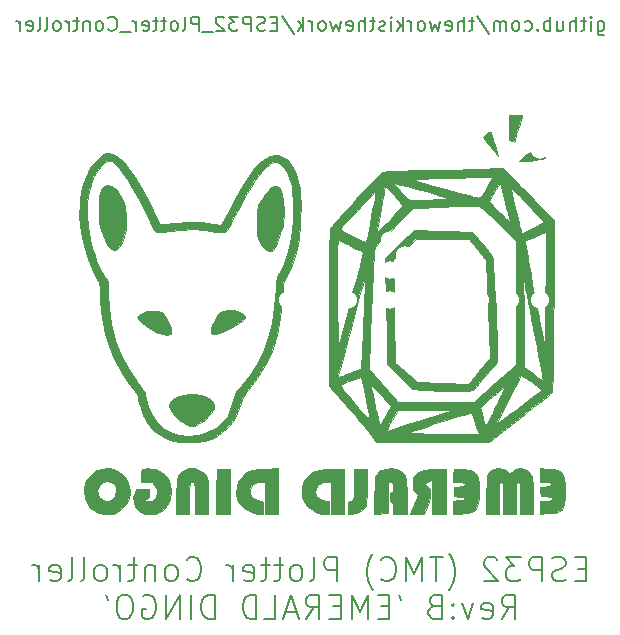
<source format=gbo>
G04 #@! TF.GenerationSoftware,KiCad,Pcbnew,(5.1.10)-1*
G04 #@! TF.CreationDate,2022-06-03T14:06:02+01:00*
G04 #@! TF.ProjectId,ESP32_Plotter_Controller_revB1,45535033-325f-4506-9c6f-747465725f43,rev?*
G04 #@! TF.SameCoordinates,Original*
G04 #@! TF.FileFunction,Legend,Bot*
G04 #@! TF.FilePolarity,Positive*
%FSLAX46Y46*%
G04 Gerber Fmt 4.6, Leading zero omitted, Abs format (unit mm)*
G04 Created by KiCad (PCBNEW (5.1.10)-1) date 2022-06-03 14:06:02*
%MOMM*%
%LPD*%
G01*
G04 APERTURE LIST*
%ADD10C,0.200000*%
%ADD11C,0.010000*%
%ADD12O,1.200000X1.750000*%
%ADD13O,2.100000X1.000000*%
%ADD14C,0.650000*%
%ADD15O,1.600000X1.000000*%
%ADD16R,3.500000X3.500000*%
%ADD17C,1.524000*%
%ADD18C,3.200000*%
%ADD19O,1.700000X1.700000*%
%ADD20R,1.700000X1.700000*%
%ADD21O,1.750000X1.200000*%
%ADD22C,1.000000*%
G04 APERTURE END LIST*
D10*
X85245714Y-72767857D02*
X85245714Y-73739285D01*
X85302857Y-73853571D01*
X85360000Y-73910714D01*
X85474285Y-73967857D01*
X85645714Y-73967857D01*
X85760000Y-73910714D01*
X85245714Y-73510714D02*
X85360000Y-73567857D01*
X85588571Y-73567857D01*
X85702857Y-73510714D01*
X85760000Y-73453571D01*
X85817142Y-73339285D01*
X85817142Y-72996428D01*
X85760000Y-72882142D01*
X85702857Y-72825000D01*
X85588571Y-72767857D01*
X85360000Y-72767857D01*
X85245714Y-72825000D01*
X84674285Y-73567857D02*
X84674285Y-72767857D01*
X84674285Y-72367857D02*
X84731428Y-72425000D01*
X84674285Y-72482142D01*
X84617142Y-72425000D01*
X84674285Y-72367857D01*
X84674285Y-72482142D01*
X84274285Y-72767857D02*
X83817142Y-72767857D01*
X84102857Y-72367857D02*
X84102857Y-73396428D01*
X84045714Y-73510714D01*
X83931428Y-73567857D01*
X83817142Y-73567857D01*
X83417142Y-73567857D02*
X83417142Y-72367857D01*
X82902857Y-73567857D02*
X82902857Y-72939285D01*
X82960000Y-72825000D01*
X83074285Y-72767857D01*
X83245714Y-72767857D01*
X83360000Y-72825000D01*
X83417142Y-72882142D01*
X81817142Y-72767857D02*
X81817142Y-73567857D01*
X82331428Y-72767857D02*
X82331428Y-73396428D01*
X82274285Y-73510714D01*
X82160000Y-73567857D01*
X81988571Y-73567857D01*
X81874285Y-73510714D01*
X81817142Y-73453571D01*
X81245714Y-73567857D02*
X81245714Y-72367857D01*
X81245714Y-72825000D02*
X81131428Y-72767857D01*
X80902857Y-72767857D01*
X80788571Y-72825000D01*
X80731428Y-72882142D01*
X80674285Y-72996428D01*
X80674285Y-73339285D01*
X80731428Y-73453571D01*
X80788571Y-73510714D01*
X80902857Y-73567857D01*
X81131428Y-73567857D01*
X81245714Y-73510714D01*
X80160000Y-73453571D02*
X80102857Y-73510714D01*
X80160000Y-73567857D01*
X80217142Y-73510714D01*
X80160000Y-73453571D01*
X80160000Y-73567857D01*
X79074285Y-73510714D02*
X79188571Y-73567857D01*
X79417142Y-73567857D01*
X79531428Y-73510714D01*
X79588571Y-73453571D01*
X79645714Y-73339285D01*
X79645714Y-72996428D01*
X79588571Y-72882142D01*
X79531428Y-72825000D01*
X79417142Y-72767857D01*
X79188571Y-72767857D01*
X79074285Y-72825000D01*
X78388571Y-73567857D02*
X78502857Y-73510714D01*
X78560000Y-73453571D01*
X78617142Y-73339285D01*
X78617142Y-72996428D01*
X78560000Y-72882142D01*
X78502857Y-72825000D01*
X78388571Y-72767857D01*
X78217142Y-72767857D01*
X78102857Y-72825000D01*
X78045714Y-72882142D01*
X77988571Y-72996428D01*
X77988571Y-73339285D01*
X78045714Y-73453571D01*
X78102857Y-73510714D01*
X78217142Y-73567857D01*
X78388571Y-73567857D01*
X77474285Y-73567857D02*
X77474285Y-72767857D01*
X77474285Y-72882142D02*
X77417142Y-72825000D01*
X77302857Y-72767857D01*
X77131428Y-72767857D01*
X77017142Y-72825000D01*
X76960000Y-72939285D01*
X76960000Y-73567857D01*
X76960000Y-72939285D02*
X76902857Y-72825000D01*
X76788571Y-72767857D01*
X76617142Y-72767857D01*
X76502857Y-72825000D01*
X76445714Y-72939285D01*
X76445714Y-73567857D01*
X75017142Y-72310714D02*
X76045714Y-73853571D01*
X74788571Y-72767857D02*
X74331428Y-72767857D01*
X74617142Y-72367857D02*
X74617142Y-73396428D01*
X74560000Y-73510714D01*
X74445714Y-73567857D01*
X74331428Y-73567857D01*
X73931428Y-73567857D02*
X73931428Y-72367857D01*
X73417142Y-73567857D02*
X73417142Y-72939285D01*
X73474285Y-72825000D01*
X73588571Y-72767857D01*
X73760000Y-72767857D01*
X73874285Y-72825000D01*
X73931428Y-72882142D01*
X72388571Y-73510714D02*
X72502857Y-73567857D01*
X72731428Y-73567857D01*
X72845714Y-73510714D01*
X72902857Y-73396428D01*
X72902857Y-72939285D01*
X72845714Y-72825000D01*
X72731428Y-72767857D01*
X72502857Y-72767857D01*
X72388571Y-72825000D01*
X72331428Y-72939285D01*
X72331428Y-73053571D01*
X72902857Y-73167857D01*
X71931428Y-72767857D02*
X71702857Y-73567857D01*
X71474285Y-72996428D01*
X71245714Y-73567857D01*
X71017142Y-72767857D01*
X70388571Y-73567857D02*
X70502857Y-73510714D01*
X70560000Y-73453571D01*
X70617142Y-73339285D01*
X70617142Y-72996428D01*
X70560000Y-72882142D01*
X70502857Y-72825000D01*
X70388571Y-72767857D01*
X70217142Y-72767857D01*
X70102857Y-72825000D01*
X70045714Y-72882142D01*
X69988571Y-72996428D01*
X69988571Y-73339285D01*
X70045714Y-73453571D01*
X70102857Y-73510714D01*
X70217142Y-73567857D01*
X70388571Y-73567857D01*
X69474285Y-73567857D02*
X69474285Y-72767857D01*
X69474285Y-72996428D02*
X69417142Y-72882142D01*
X69360000Y-72825000D01*
X69245714Y-72767857D01*
X69131428Y-72767857D01*
X68731428Y-73567857D02*
X68731428Y-72367857D01*
X68617142Y-73110714D02*
X68274285Y-73567857D01*
X68274285Y-72767857D02*
X68731428Y-73225000D01*
X67760000Y-73567857D02*
X67760000Y-72767857D01*
X67760000Y-72367857D02*
X67817142Y-72425000D01*
X67760000Y-72482142D01*
X67702857Y-72425000D01*
X67760000Y-72367857D01*
X67760000Y-72482142D01*
X67245714Y-73510714D02*
X67131428Y-73567857D01*
X66902857Y-73567857D01*
X66788571Y-73510714D01*
X66731428Y-73396428D01*
X66731428Y-73339285D01*
X66788571Y-73225000D01*
X66902857Y-73167857D01*
X67074285Y-73167857D01*
X67188571Y-73110714D01*
X67245714Y-72996428D01*
X67245714Y-72939285D01*
X67188571Y-72825000D01*
X67074285Y-72767857D01*
X66902857Y-72767857D01*
X66788571Y-72825000D01*
X66388571Y-72767857D02*
X65931428Y-72767857D01*
X66217142Y-72367857D02*
X66217142Y-73396428D01*
X66160000Y-73510714D01*
X66045714Y-73567857D01*
X65931428Y-73567857D01*
X65531428Y-73567857D02*
X65531428Y-72367857D01*
X65017142Y-73567857D02*
X65017142Y-72939285D01*
X65074285Y-72825000D01*
X65188571Y-72767857D01*
X65360000Y-72767857D01*
X65474285Y-72825000D01*
X65531428Y-72882142D01*
X63988571Y-73510714D02*
X64102857Y-73567857D01*
X64331428Y-73567857D01*
X64445714Y-73510714D01*
X64502857Y-73396428D01*
X64502857Y-72939285D01*
X64445714Y-72825000D01*
X64331428Y-72767857D01*
X64102857Y-72767857D01*
X63988571Y-72825000D01*
X63931428Y-72939285D01*
X63931428Y-73053571D01*
X64502857Y-73167857D01*
X63531428Y-72767857D02*
X63302857Y-73567857D01*
X63074285Y-72996428D01*
X62845714Y-73567857D01*
X62617142Y-72767857D01*
X61988571Y-73567857D02*
X62102857Y-73510714D01*
X62160000Y-73453571D01*
X62217142Y-73339285D01*
X62217142Y-72996428D01*
X62160000Y-72882142D01*
X62102857Y-72825000D01*
X61988571Y-72767857D01*
X61817142Y-72767857D01*
X61702857Y-72825000D01*
X61645714Y-72882142D01*
X61588571Y-72996428D01*
X61588571Y-73339285D01*
X61645714Y-73453571D01*
X61702857Y-73510714D01*
X61817142Y-73567857D01*
X61988571Y-73567857D01*
X61074285Y-73567857D02*
X61074285Y-72767857D01*
X61074285Y-72996428D02*
X61017142Y-72882142D01*
X60960000Y-72825000D01*
X60845714Y-72767857D01*
X60731428Y-72767857D01*
X60331428Y-73567857D02*
X60331428Y-72367857D01*
X60217142Y-73110714D02*
X59874285Y-73567857D01*
X59874285Y-72767857D02*
X60331428Y-73225000D01*
X58502857Y-72310714D02*
X59531428Y-73853571D01*
X58102857Y-72939285D02*
X57702857Y-72939285D01*
X57531428Y-73567857D02*
X58102857Y-73567857D01*
X58102857Y-72367857D01*
X57531428Y-72367857D01*
X57074285Y-73510714D02*
X56902857Y-73567857D01*
X56617142Y-73567857D01*
X56502857Y-73510714D01*
X56445714Y-73453571D01*
X56388571Y-73339285D01*
X56388571Y-73225000D01*
X56445714Y-73110714D01*
X56502857Y-73053571D01*
X56617142Y-72996428D01*
X56845714Y-72939285D01*
X56960000Y-72882142D01*
X57017142Y-72825000D01*
X57074285Y-72710714D01*
X57074285Y-72596428D01*
X57017142Y-72482142D01*
X56960000Y-72425000D01*
X56845714Y-72367857D01*
X56560000Y-72367857D01*
X56388571Y-72425000D01*
X55874285Y-73567857D02*
X55874285Y-72367857D01*
X55417142Y-72367857D01*
X55302857Y-72425000D01*
X55245714Y-72482142D01*
X55188571Y-72596428D01*
X55188571Y-72767857D01*
X55245714Y-72882142D01*
X55302857Y-72939285D01*
X55417142Y-72996428D01*
X55874285Y-72996428D01*
X54788571Y-72367857D02*
X54045714Y-72367857D01*
X54445714Y-72825000D01*
X54274285Y-72825000D01*
X54160000Y-72882142D01*
X54102857Y-72939285D01*
X54045714Y-73053571D01*
X54045714Y-73339285D01*
X54102857Y-73453571D01*
X54160000Y-73510714D01*
X54274285Y-73567857D01*
X54617142Y-73567857D01*
X54731428Y-73510714D01*
X54788571Y-73453571D01*
X53588571Y-72482142D02*
X53531428Y-72425000D01*
X53417142Y-72367857D01*
X53131428Y-72367857D01*
X53017142Y-72425000D01*
X52960000Y-72482142D01*
X52902857Y-72596428D01*
X52902857Y-72710714D01*
X52960000Y-72882142D01*
X53645714Y-73567857D01*
X52902857Y-73567857D01*
X52674285Y-73682142D02*
X51760000Y-73682142D01*
X51474285Y-73567857D02*
X51474285Y-72367857D01*
X51017142Y-72367857D01*
X50902857Y-72425000D01*
X50845714Y-72482142D01*
X50788571Y-72596428D01*
X50788571Y-72767857D01*
X50845714Y-72882142D01*
X50902857Y-72939285D01*
X51017142Y-72996428D01*
X51474285Y-72996428D01*
X50102857Y-73567857D02*
X50217142Y-73510714D01*
X50274285Y-73396428D01*
X50274285Y-72367857D01*
X49474285Y-73567857D02*
X49588571Y-73510714D01*
X49645714Y-73453571D01*
X49702857Y-73339285D01*
X49702857Y-72996428D01*
X49645714Y-72882142D01*
X49588571Y-72825000D01*
X49474285Y-72767857D01*
X49302857Y-72767857D01*
X49188571Y-72825000D01*
X49131428Y-72882142D01*
X49074285Y-72996428D01*
X49074285Y-73339285D01*
X49131428Y-73453571D01*
X49188571Y-73510714D01*
X49302857Y-73567857D01*
X49474285Y-73567857D01*
X48731428Y-72767857D02*
X48274285Y-72767857D01*
X48560000Y-72367857D02*
X48560000Y-73396428D01*
X48502857Y-73510714D01*
X48388571Y-73567857D01*
X48274285Y-73567857D01*
X48045714Y-72767857D02*
X47588571Y-72767857D01*
X47874285Y-72367857D02*
X47874285Y-73396428D01*
X47817142Y-73510714D01*
X47702857Y-73567857D01*
X47588571Y-73567857D01*
X46731428Y-73510714D02*
X46845714Y-73567857D01*
X47074285Y-73567857D01*
X47188571Y-73510714D01*
X47245714Y-73396428D01*
X47245714Y-72939285D01*
X47188571Y-72825000D01*
X47074285Y-72767857D01*
X46845714Y-72767857D01*
X46731428Y-72825000D01*
X46674285Y-72939285D01*
X46674285Y-73053571D01*
X47245714Y-73167857D01*
X46160000Y-73567857D02*
X46160000Y-72767857D01*
X46160000Y-72996428D02*
X46102857Y-72882142D01*
X46045714Y-72825000D01*
X45931428Y-72767857D01*
X45817142Y-72767857D01*
X45702857Y-73682142D02*
X44788571Y-73682142D01*
X43817142Y-73453571D02*
X43874285Y-73510714D01*
X44045714Y-73567857D01*
X44160000Y-73567857D01*
X44331428Y-73510714D01*
X44445714Y-73396428D01*
X44502857Y-73282142D01*
X44560000Y-73053571D01*
X44560000Y-72882142D01*
X44502857Y-72653571D01*
X44445714Y-72539285D01*
X44331428Y-72425000D01*
X44160000Y-72367857D01*
X44045714Y-72367857D01*
X43874285Y-72425000D01*
X43817142Y-72482142D01*
X43131428Y-73567857D02*
X43245714Y-73510714D01*
X43302857Y-73453571D01*
X43360000Y-73339285D01*
X43360000Y-72996428D01*
X43302857Y-72882142D01*
X43245714Y-72825000D01*
X43131428Y-72767857D01*
X42960000Y-72767857D01*
X42845714Y-72825000D01*
X42788571Y-72882142D01*
X42731428Y-72996428D01*
X42731428Y-73339285D01*
X42788571Y-73453571D01*
X42845714Y-73510714D01*
X42960000Y-73567857D01*
X43131428Y-73567857D01*
X42217142Y-72767857D02*
X42217142Y-73567857D01*
X42217142Y-72882142D02*
X42160000Y-72825000D01*
X42045714Y-72767857D01*
X41874285Y-72767857D01*
X41760000Y-72825000D01*
X41702857Y-72939285D01*
X41702857Y-73567857D01*
X41302857Y-72767857D02*
X40845714Y-72767857D01*
X41131428Y-72367857D02*
X41131428Y-73396428D01*
X41074285Y-73510714D01*
X40960000Y-73567857D01*
X40845714Y-73567857D01*
X40445714Y-73567857D02*
X40445714Y-72767857D01*
X40445714Y-72996428D02*
X40388571Y-72882142D01*
X40331428Y-72825000D01*
X40217142Y-72767857D01*
X40102857Y-72767857D01*
X39531428Y-73567857D02*
X39645714Y-73510714D01*
X39702857Y-73453571D01*
X39760000Y-73339285D01*
X39760000Y-72996428D01*
X39702857Y-72882142D01*
X39645714Y-72825000D01*
X39531428Y-72767857D01*
X39360000Y-72767857D01*
X39245714Y-72825000D01*
X39188571Y-72882142D01*
X39131428Y-72996428D01*
X39131428Y-73339285D01*
X39188571Y-73453571D01*
X39245714Y-73510714D01*
X39360000Y-73567857D01*
X39531428Y-73567857D01*
X38445714Y-73567857D02*
X38560000Y-73510714D01*
X38617142Y-73396428D01*
X38617142Y-72367857D01*
X37817142Y-73567857D02*
X37931428Y-73510714D01*
X37988571Y-73396428D01*
X37988571Y-72367857D01*
X36902857Y-73510714D02*
X37017142Y-73567857D01*
X37245714Y-73567857D01*
X37360000Y-73510714D01*
X37417142Y-73396428D01*
X37417142Y-72939285D01*
X37360000Y-72825000D01*
X37245714Y-72767857D01*
X37017142Y-72767857D01*
X36902857Y-72825000D01*
X36845714Y-72939285D01*
X36845714Y-73053571D01*
X37417142Y-73167857D01*
X36331428Y-73567857D02*
X36331428Y-72767857D01*
X36331428Y-72996428D02*
X36274285Y-72882142D01*
X36217142Y-72825000D01*
X36102857Y-72767857D01*
X35988571Y-72767857D01*
X84245714Y-119097642D02*
X83579047Y-119097642D01*
X83293333Y-120145261D02*
X84245714Y-120145261D01*
X84245714Y-118145261D01*
X83293333Y-118145261D01*
X82531428Y-120050023D02*
X82245714Y-120145261D01*
X81769523Y-120145261D01*
X81579047Y-120050023D01*
X81483809Y-119954785D01*
X81388571Y-119764309D01*
X81388571Y-119573833D01*
X81483809Y-119383357D01*
X81579047Y-119288119D01*
X81769523Y-119192880D01*
X82150476Y-119097642D01*
X82340952Y-119002404D01*
X82436190Y-118907166D01*
X82531428Y-118716690D01*
X82531428Y-118526214D01*
X82436190Y-118335738D01*
X82340952Y-118240500D01*
X82150476Y-118145261D01*
X81674285Y-118145261D01*
X81388571Y-118240500D01*
X80531428Y-120145261D02*
X80531428Y-118145261D01*
X79769523Y-118145261D01*
X79579047Y-118240500D01*
X79483809Y-118335738D01*
X79388571Y-118526214D01*
X79388571Y-118811928D01*
X79483809Y-119002404D01*
X79579047Y-119097642D01*
X79769523Y-119192880D01*
X80531428Y-119192880D01*
X78721904Y-118145261D02*
X77483809Y-118145261D01*
X78150476Y-118907166D01*
X77864761Y-118907166D01*
X77674285Y-119002404D01*
X77579047Y-119097642D01*
X77483809Y-119288119D01*
X77483809Y-119764309D01*
X77579047Y-119954785D01*
X77674285Y-120050023D01*
X77864761Y-120145261D01*
X78436190Y-120145261D01*
X78626666Y-120050023D01*
X78721904Y-119954785D01*
X76721904Y-118335738D02*
X76626666Y-118240500D01*
X76436190Y-118145261D01*
X75960000Y-118145261D01*
X75769523Y-118240500D01*
X75674285Y-118335738D01*
X75579047Y-118526214D01*
X75579047Y-118716690D01*
X75674285Y-119002404D01*
X76817142Y-120145261D01*
X75579047Y-120145261D01*
X72626666Y-120907166D02*
X72721904Y-120811928D01*
X72912380Y-120526214D01*
X73007619Y-120335738D01*
X73102857Y-120050023D01*
X73198095Y-119573833D01*
X73198095Y-119192880D01*
X73102857Y-118716690D01*
X73007619Y-118430976D01*
X72912380Y-118240500D01*
X72721904Y-117954785D01*
X72626666Y-117859547D01*
X72150476Y-118145261D02*
X71007619Y-118145261D01*
X71579047Y-120145261D02*
X71579047Y-118145261D01*
X70340952Y-120145261D02*
X70340952Y-118145261D01*
X69674285Y-119573833D01*
X69007619Y-118145261D01*
X69007619Y-120145261D01*
X66912380Y-119954785D02*
X67007619Y-120050023D01*
X67293333Y-120145261D01*
X67483809Y-120145261D01*
X67769523Y-120050023D01*
X67960000Y-119859547D01*
X68055238Y-119669071D01*
X68150476Y-119288119D01*
X68150476Y-119002404D01*
X68055238Y-118621452D01*
X67960000Y-118430976D01*
X67769523Y-118240500D01*
X67483809Y-118145261D01*
X67293333Y-118145261D01*
X67007619Y-118240500D01*
X66912380Y-118335738D01*
X66245714Y-120907166D02*
X66150476Y-120811928D01*
X65960000Y-120526214D01*
X65864761Y-120335738D01*
X65769523Y-120050023D01*
X65674285Y-119573833D01*
X65674285Y-119192880D01*
X65769523Y-118716690D01*
X65864761Y-118430976D01*
X65960000Y-118240500D01*
X66150476Y-117954785D01*
X66245714Y-117859547D01*
X63198095Y-120145261D02*
X63198095Y-118145261D01*
X62436190Y-118145261D01*
X62245714Y-118240500D01*
X62150476Y-118335738D01*
X62055238Y-118526214D01*
X62055238Y-118811928D01*
X62150476Y-119002404D01*
X62245714Y-119097642D01*
X62436190Y-119192880D01*
X63198095Y-119192880D01*
X60912380Y-120145261D02*
X61102857Y-120050023D01*
X61198095Y-119859547D01*
X61198095Y-118145261D01*
X59864761Y-120145261D02*
X60055238Y-120050023D01*
X60150476Y-119954785D01*
X60245714Y-119764309D01*
X60245714Y-119192880D01*
X60150476Y-119002404D01*
X60055238Y-118907166D01*
X59864761Y-118811928D01*
X59579047Y-118811928D01*
X59388571Y-118907166D01*
X59293333Y-119002404D01*
X59198095Y-119192880D01*
X59198095Y-119764309D01*
X59293333Y-119954785D01*
X59388571Y-120050023D01*
X59579047Y-120145261D01*
X59864761Y-120145261D01*
X58626666Y-118811928D02*
X57864761Y-118811928D01*
X58340952Y-118145261D02*
X58340952Y-119859547D01*
X58245714Y-120050023D01*
X58055238Y-120145261D01*
X57864761Y-120145261D01*
X57483809Y-118811928D02*
X56721904Y-118811928D01*
X57198095Y-118145261D02*
X57198095Y-119859547D01*
X57102857Y-120050023D01*
X56912380Y-120145261D01*
X56721904Y-120145261D01*
X55293333Y-120050023D02*
X55483809Y-120145261D01*
X55864761Y-120145261D01*
X56055238Y-120050023D01*
X56150476Y-119859547D01*
X56150476Y-119097642D01*
X56055238Y-118907166D01*
X55864761Y-118811928D01*
X55483809Y-118811928D01*
X55293333Y-118907166D01*
X55198095Y-119097642D01*
X55198095Y-119288119D01*
X56150476Y-119478595D01*
X54340952Y-120145261D02*
X54340952Y-118811928D01*
X54340952Y-119192880D02*
X54245714Y-119002404D01*
X54150476Y-118907166D01*
X53960000Y-118811928D01*
X53769523Y-118811928D01*
X50436190Y-119954785D02*
X50531428Y-120050023D01*
X50817142Y-120145261D01*
X51007619Y-120145261D01*
X51293333Y-120050023D01*
X51483809Y-119859547D01*
X51579047Y-119669071D01*
X51674285Y-119288119D01*
X51674285Y-119002404D01*
X51579047Y-118621452D01*
X51483809Y-118430976D01*
X51293333Y-118240500D01*
X51007619Y-118145261D01*
X50817142Y-118145261D01*
X50531428Y-118240500D01*
X50436190Y-118335738D01*
X49293333Y-120145261D02*
X49483809Y-120050023D01*
X49579047Y-119954785D01*
X49674285Y-119764309D01*
X49674285Y-119192880D01*
X49579047Y-119002404D01*
X49483809Y-118907166D01*
X49293333Y-118811928D01*
X49007619Y-118811928D01*
X48817142Y-118907166D01*
X48721904Y-119002404D01*
X48626666Y-119192880D01*
X48626666Y-119764309D01*
X48721904Y-119954785D01*
X48817142Y-120050023D01*
X49007619Y-120145261D01*
X49293333Y-120145261D01*
X47769523Y-118811928D02*
X47769523Y-120145261D01*
X47769523Y-119002404D02*
X47674285Y-118907166D01*
X47483809Y-118811928D01*
X47198095Y-118811928D01*
X47007619Y-118907166D01*
X46912380Y-119097642D01*
X46912380Y-120145261D01*
X46245714Y-118811928D02*
X45483809Y-118811928D01*
X45960000Y-118145261D02*
X45960000Y-119859547D01*
X45864761Y-120050023D01*
X45674285Y-120145261D01*
X45483809Y-120145261D01*
X44817142Y-120145261D02*
X44817142Y-118811928D01*
X44817142Y-119192880D02*
X44721904Y-119002404D01*
X44626666Y-118907166D01*
X44436190Y-118811928D01*
X44245714Y-118811928D01*
X43293333Y-120145261D02*
X43483809Y-120050023D01*
X43579047Y-119954785D01*
X43674285Y-119764309D01*
X43674285Y-119192880D01*
X43579047Y-119002404D01*
X43483809Y-118907166D01*
X43293333Y-118811928D01*
X43007619Y-118811928D01*
X42817142Y-118907166D01*
X42721904Y-119002404D01*
X42626666Y-119192880D01*
X42626666Y-119764309D01*
X42721904Y-119954785D01*
X42817142Y-120050023D01*
X43007619Y-120145261D01*
X43293333Y-120145261D01*
X41483809Y-120145261D02*
X41674285Y-120050023D01*
X41769523Y-119859547D01*
X41769523Y-118145261D01*
X40436190Y-120145261D02*
X40626666Y-120050023D01*
X40721904Y-119859547D01*
X40721904Y-118145261D01*
X38912380Y-120050023D02*
X39102857Y-120145261D01*
X39483809Y-120145261D01*
X39674285Y-120050023D01*
X39769523Y-119859547D01*
X39769523Y-119097642D01*
X39674285Y-118907166D01*
X39483809Y-118811928D01*
X39102857Y-118811928D01*
X38912380Y-118907166D01*
X38817142Y-119097642D01*
X38817142Y-119288119D01*
X39769523Y-119478595D01*
X37960000Y-120145261D02*
X37960000Y-118811928D01*
X37960000Y-119192880D02*
X37864761Y-119002404D01*
X37769523Y-118907166D01*
X37579047Y-118811928D01*
X37388571Y-118811928D01*
X77102857Y-123345261D02*
X77769523Y-122392880D01*
X78245714Y-123345261D02*
X78245714Y-121345261D01*
X77483809Y-121345261D01*
X77293333Y-121440500D01*
X77198095Y-121535738D01*
X77102857Y-121726214D01*
X77102857Y-122011928D01*
X77198095Y-122202404D01*
X77293333Y-122297642D01*
X77483809Y-122392880D01*
X78245714Y-122392880D01*
X75483809Y-123250023D02*
X75674285Y-123345261D01*
X76055238Y-123345261D01*
X76245714Y-123250023D01*
X76340952Y-123059547D01*
X76340952Y-122297642D01*
X76245714Y-122107166D01*
X76055238Y-122011928D01*
X75674285Y-122011928D01*
X75483809Y-122107166D01*
X75388571Y-122297642D01*
X75388571Y-122488119D01*
X76340952Y-122678595D01*
X74721904Y-122011928D02*
X74245714Y-123345261D01*
X73769523Y-122011928D01*
X73007619Y-123154785D02*
X72912380Y-123250023D01*
X73007619Y-123345261D01*
X73102857Y-123250023D01*
X73007619Y-123154785D01*
X73007619Y-123345261D01*
X73007619Y-122107166D02*
X72912380Y-122202404D01*
X73007619Y-122297642D01*
X73102857Y-122202404D01*
X73007619Y-122107166D01*
X73007619Y-122297642D01*
X71388571Y-122297642D02*
X71102857Y-122392880D01*
X71007619Y-122488119D01*
X70912380Y-122678595D01*
X70912380Y-122964309D01*
X71007619Y-123154785D01*
X71102857Y-123250023D01*
X71293333Y-123345261D01*
X72055238Y-123345261D01*
X72055238Y-121345261D01*
X71388571Y-121345261D01*
X71198095Y-121440500D01*
X71102857Y-121535738D01*
X71007619Y-121726214D01*
X71007619Y-121916690D01*
X71102857Y-122107166D01*
X71198095Y-122202404D01*
X71388571Y-122297642D01*
X72055238Y-122297642D01*
X68436190Y-121345261D02*
X68626666Y-121726214D01*
X67579047Y-122297642D02*
X66912380Y-122297642D01*
X66626666Y-123345261D02*
X67579047Y-123345261D01*
X67579047Y-121345261D01*
X66626666Y-121345261D01*
X65769523Y-123345261D02*
X65769523Y-121345261D01*
X65102857Y-122773833D01*
X64436190Y-121345261D01*
X64436190Y-123345261D01*
X63483809Y-122297642D02*
X62817142Y-122297642D01*
X62531428Y-123345261D02*
X63483809Y-123345261D01*
X63483809Y-121345261D01*
X62531428Y-121345261D01*
X60531428Y-123345261D02*
X61198095Y-122392880D01*
X61674285Y-123345261D02*
X61674285Y-121345261D01*
X60912380Y-121345261D01*
X60721904Y-121440500D01*
X60626666Y-121535738D01*
X60531428Y-121726214D01*
X60531428Y-122011928D01*
X60626666Y-122202404D01*
X60721904Y-122297642D01*
X60912380Y-122392880D01*
X61674285Y-122392880D01*
X59769523Y-122773833D02*
X58817142Y-122773833D01*
X59960000Y-123345261D02*
X59293333Y-121345261D01*
X58626666Y-123345261D01*
X57007619Y-123345261D02*
X57960000Y-123345261D01*
X57960000Y-121345261D01*
X56340952Y-123345261D02*
X56340952Y-121345261D01*
X55864761Y-121345261D01*
X55579047Y-121440500D01*
X55388571Y-121630976D01*
X55293333Y-121821452D01*
X55198095Y-122202404D01*
X55198095Y-122488119D01*
X55293333Y-122869071D01*
X55388571Y-123059547D01*
X55579047Y-123250023D01*
X55864761Y-123345261D01*
X56340952Y-123345261D01*
X52817142Y-123345261D02*
X52817142Y-121345261D01*
X52340952Y-121345261D01*
X52055238Y-121440500D01*
X51864761Y-121630976D01*
X51769523Y-121821452D01*
X51674285Y-122202404D01*
X51674285Y-122488119D01*
X51769523Y-122869071D01*
X51864761Y-123059547D01*
X52055238Y-123250023D01*
X52340952Y-123345261D01*
X52817142Y-123345261D01*
X50817142Y-123345261D02*
X50817142Y-121345261D01*
X49864761Y-123345261D02*
X49864761Y-121345261D01*
X48721904Y-123345261D01*
X48721904Y-121345261D01*
X46721904Y-121440500D02*
X46912380Y-121345261D01*
X47198095Y-121345261D01*
X47483809Y-121440500D01*
X47674285Y-121630976D01*
X47769523Y-121821452D01*
X47864761Y-122202404D01*
X47864761Y-122488119D01*
X47769523Y-122869071D01*
X47674285Y-123059547D01*
X47483809Y-123250023D01*
X47198095Y-123345261D01*
X47007619Y-123345261D01*
X46721904Y-123250023D01*
X46626666Y-123154785D01*
X46626666Y-122488119D01*
X47007619Y-122488119D01*
X45388571Y-121345261D02*
X45007619Y-121345261D01*
X44817142Y-121440500D01*
X44626666Y-121630976D01*
X44531428Y-122011928D01*
X44531428Y-122678595D01*
X44626666Y-123059547D01*
X44817142Y-123250023D01*
X45007619Y-123345261D01*
X45388571Y-123345261D01*
X45579047Y-123250023D01*
X45769523Y-123059547D01*
X45864761Y-122678595D01*
X45864761Y-122011928D01*
X45769523Y-121630976D01*
X45579047Y-121440500D01*
X45388571Y-121345261D01*
X43579047Y-121345261D02*
X43769523Y-121726214D01*
D11*
G36*
X69178062Y-90961912D02*
G01*
X68881785Y-91233602D01*
X68518430Y-91570467D01*
X68143531Y-91920890D01*
X67932414Y-92119712D01*
X67221328Y-92791829D01*
X67275818Y-94666498D01*
X67292403Y-95264870D01*
X67311125Y-95987327D01*
X67330892Y-96788655D01*
X67350612Y-97623635D01*
X67369191Y-98447052D01*
X67384551Y-99165833D01*
X67438793Y-101790500D01*
X68495214Y-102862504D01*
X69551635Y-103934509D01*
X70409901Y-103982440D01*
X71059667Y-104014331D01*
X71718713Y-104038739D01*
X72363937Y-104055564D01*
X72972233Y-104064704D01*
X73520499Y-104066059D01*
X73985631Y-104059527D01*
X74344525Y-104045007D01*
X74574076Y-104022398D01*
X74646385Y-104000982D01*
X74748535Y-103899279D01*
X74935715Y-103694684D01*
X75184536Y-103414376D01*
X75471606Y-103085535D01*
X75773535Y-102735341D01*
X76066932Y-102390973D01*
X76328408Y-102079611D01*
X76534570Y-101828434D01*
X76662029Y-101664621D01*
X76682122Y-101635486D01*
X76707809Y-101574548D01*
X76727052Y-101472994D01*
X76739594Y-101317231D01*
X76739635Y-101315574D01*
X76148810Y-101315574D01*
X75232489Y-102385896D01*
X74316167Y-103456217D01*
X72115426Y-103395190D01*
X69914684Y-103334162D01*
X69016171Y-102498621D01*
X68117658Y-101663081D01*
X68063798Y-100456790D01*
X68049568Y-100082560D01*
X68033658Y-99568527D01*
X68016794Y-98944203D01*
X67999699Y-98239102D01*
X67983097Y-97482735D01*
X67967714Y-96704616D01*
X67957300Y-96117833D01*
X67904662Y-92985167D01*
X68901232Y-92075000D01*
X69897801Y-91164833D01*
X74316167Y-91167141D01*
X75774125Y-92985167D01*
X75961467Y-97150370D01*
X76148810Y-101315574D01*
X76739635Y-101315574D01*
X76745178Y-101093667D01*
X76743549Y-100788712D01*
X76734449Y-100388774D01*
X76717622Y-99880261D01*
X76692811Y-99249581D01*
X76659761Y-98483142D01*
X76618214Y-97567353D01*
X76596520Y-97099522D01*
X76544789Y-96019255D01*
X76497728Y-95101090D01*
X76454842Y-94337875D01*
X76415640Y-93722455D01*
X76379628Y-93247680D01*
X76346314Y-92906395D01*
X76315204Y-92691449D01*
X76286266Y-92596318D01*
X76058136Y-92290045D01*
X75787662Y-91948715D01*
X75497720Y-91598649D01*
X75211184Y-91266169D01*
X74950927Y-90977596D01*
X74739824Y-90759250D01*
X74600749Y-90637454D01*
X74570167Y-90621607D01*
X74443391Y-90609360D01*
X74170972Y-90594747D01*
X73776571Y-90578639D01*
X73283847Y-90561907D01*
X72716461Y-90545422D01*
X72098072Y-90530054D01*
X72056729Y-90529116D01*
X69712623Y-90476228D01*
X69178062Y-90961912D01*
G37*
X69178062Y-90961912D02*
X68881785Y-91233602D01*
X68518430Y-91570467D01*
X68143531Y-91920890D01*
X67932414Y-92119712D01*
X67221328Y-92791829D01*
X67275818Y-94666498D01*
X67292403Y-95264870D01*
X67311125Y-95987327D01*
X67330892Y-96788655D01*
X67350612Y-97623635D01*
X67369191Y-98447052D01*
X67384551Y-99165833D01*
X67438793Y-101790500D01*
X68495214Y-102862504D01*
X69551635Y-103934509D01*
X70409901Y-103982440D01*
X71059667Y-104014331D01*
X71718713Y-104038739D01*
X72363937Y-104055564D01*
X72972233Y-104064704D01*
X73520499Y-104066059D01*
X73985631Y-104059527D01*
X74344525Y-104045007D01*
X74574076Y-104022398D01*
X74646385Y-104000982D01*
X74748535Y-103899279D01*
X74935715Y-103694684D01*
X75184536Y-103414376D01*
X75471606Y-103085535D01*
X75773535Y-102735341D01*
X76066932Y-102390973D01*
X76328408Y-102079611D01*
X76534570Y-101828434D01*
X76662029Y-101664621D01*
X76682122Y-101635486D01*
X76707809Y-101574548D01*
X76727052Y-101472994D01*
X76739594Y-101317231D01*
X76739635Y-101315574D01*
X76148810Y-101315574D01*
X75232489Y-102385896D01*
X74316167Y-103456217D01*
X72115426Y-103395190D01*
X69914684Y-103334162D01*
X69016171Y-102498621D01*
X68117658Y-101663081D01*
X68063798Y-100456790D01*
X68049568Y-100082560D01*
X68033658Y-99568527D01*
X68016794Y-98944203D01*
X67999699Y-98239102D01*
X67983097Y-97482735D01*
X67967714Y-96704616D01*
X67957300Y-96117833D01*
X67904662Y-92985167D01*
X68901232Y-92075000D01*
X69897801Y-91164833D01*
X74316167Y-91167141D01*
X75774125Y-92985167D01*
X75961467Y-97150370D01*
X76148810Y-101315574D01*
X76739635Y-101315574D01*
X76745178Y-101093667D01*
X76743549Y-100788712D01*
X76734449Y-100388774D01*
X76717622Y-99880261D01*
X76692811Y-99249581D01*
X76659761Y-98483142D01*
X76618214Y-97567353D01*
X76596520Y-97099522D01*
X76544789Y-96019255D01*
X76497728Y-95101090D01*
X76454842Y-94337875D01*
X76415640Y-93722455D01*
X76379628Y-93247680D01*
X76346314Y-92906395D01*
X76315204Y-92691449D01*
X76286266Y-92596318D01*
X76058136Y-92290045D01*
X75787662Y-91948715D01*
X75497720Y-91598649D01*
X75211184Y-91266169D01*
X74950927Y-90977596D01*
X74739824Y-90759250D01*
X74600749Y-90637454D01*
X74570167Y-90621607D01*
X74443391Y-90609360D01*
X74170972Y-90594747D01*
X73776571Y-90578639D01*
X73283847Y-90561907D01*
X72716461Y-90545422D01*
X72098072Y-90530054D01*
X72056729Y-90529116D01*
X69712623Y-90476228D01*
X69178062Y-90961912D01*
G36*
X43501871Y-86706249D02*
G01*
X43313926Y-86907350D01*
X43172037Y-87171574D01*
X43094302Y-87361844D01*
X43041949Y-87560490D01*
X43010226Y-87806454D01*
X42994385Y-88138680D01*
X42989676Y-88596111D01*
X42989634Y-88667167D01*
X42993246Y-89144385D01*
X43008992Y-89506169D01*
X43044440Y-89806355D01*
X43107155Y-90098779D01*
X43204704Y-90437279D01*
X43265508Y-90630011D01*
X43492563Y-91243225D01*
X43729641Y-91696861D01*
X43974707Y-91988378D01*
X44225724Y-92115237D01*
X44438307Y-92093216D01*
X44699670Y-91906638D01*
X44933653Y-91557379D01*
X45137073Y-91050353D01*
X45159234Y-90979290D01*
X45267314Y-90456041D01*
X45313500Y-89845232D01*
X45299556Y-89206328D01*
X45227244Y-88598792D01*
X45098325Y-88082089D01*
X45071181Y-88008264D01*
X44820786Y-87484014D01*
X44528105Y-87071398D01*
X44211001Y-86792597D01*
X44016797Y-86698891D01*
X43725845Y-86642536D01*
X43501871Y-86706249D01*
G37*
X43501871Y-86706249D02*
X43313926Y-86907350D01*
X43172037Y-87171574D01*
X43094302Y-87361844D01*
X43041949Y-87560490D01*
X43010226Y-87806454D01*
X42994385Y-88138680D01*
X42989676Y-88596111D01*
X42989634Y-88667167D01*
X42993246Y-89144385D01*
X43008992Y-89506169D01*
X43044440Y-89806355D01*
X43107155Y-90098779D01*
X43204704Y-90437279D01*
X43265508Y-90630011D01*
X43492563Y-91243225D01*
X43729641Y-91696861D01*
X43974707Y-91988378D01*
X44225724Y-92115237D01*
X44438307Y-92093216D01*
X44699670Y-91906638D01*
X44933653Y-91557379D01*
X45137073Y-91050353D01*
X45159234Y-90979290D01*
X45267314Y-90456041D01*
X45313500Y-89845232D01*
X45299556Y-89206328D01*
X45227244Y-88598792D01*
X45098325Y-88082089D01*
X45071181Y-88008264D01*
X44820786Y-87484014D01*
X44528105Y-87071398D01*
X44211001Y-86792597D01*
X44016797Y-86698891D01*
X43725845Y-86642536D01*
X43501871Y-86706249D01*
G36*
X57802477Y-86713194D02*
G01*
X57623822Y-86818411D01*
X57393516Y-87039388D01*
X57139185Y-87342252D01*
X56888450Y-87693132D01*
X56668936Y-88058155D01*
X56605751Y-88180626D01*
X56508765Y-88387695D01*
X56442369Y-88569968D01*
X56400864Y-88766615D01*
X56378553Y-89016804D01*
X56369737Y-89359704D01*
X56368676Y-89810167D01*
X56372490Y-90290749D01*
X56385446Y-90641221D01*
X56412515Y-90900757D01*
X56458672Y-91108528D01*
X56528887Y-91303708D01*
X56570443Y-91399621D01*
X56789383Y-91786900D01*
X57040621Y-92066814D01*
X57302442Y-92226551D01*
X57553134Y-92253303D01*
X57770982Y-92134258D01*
X57786993Y-92117333D01*
X57942951Y-91880061D01*
X58115351Y-91505743D01*
X58292044Y-91024234D01*
X58460885Y-90465391D01*
X58464541Y-90452007D01*
X58555759Y-90067026D01*
X58613310Y-89682102D01*
X58643321Y-89240255D01*
X58651909Y-88709500D01*
X58626715Y-87993604D01*
X58549051Y-87436600D01*
X58417877Y-87036045D01*
X58232153Y-86789496D01*
X57990840Y-86694512D01*
X57802477Y-86713194D01*
G37*
X57802477Y-86713194D02*
X57623822Y-86818411D01*
X57393516Y-87039388D01*
X57139185Y-87342252D01*
X56888450Y-87693132D01*
X56668936Y-88058155D01*
X56605751Y-88180626D01*
X56508765Y-88387695D01*
X56442369Y-88569968D01*
X56400864Y-88766615D01*
X56378553Y-89016804D01*
X56369737Y-89359704D01*
X56368676Y-89810167D01*
X56372490Y-90290749D01*
X56385446Y-90641221D01*
X56412515Y-90900757D01*
X56458672Y-91108528D01*
X56528887Y-91303708D01*
X56570443Y-91399621D01*
X56789383Y-91786900D01*
X57040621Y-92066814D01*
X57302442Y-92226551D01*
X57553134Y-92253303D01*
X57770982Y-92134258D01*
X57786993Y-92117333D01*
X57942951Y-91880061D01*
X58115351Y-91505743D01*
X58292044Y-91024234D01*
X58460885Y-90465391D01*
X58464541Y-90452007D01*
X58555759Y-90067026D01*
X58613310Y-89682102D01*
X58643321Y-89240255D01*
X58651909Y-88709500D01*
X58626715Y-87993604D01*
X58549051Y-87436600D01*
X58417877Y-87036045D01*
X58232153Y-86789496D01*
X57990840Y-86694512D01*
X57802477Y-86713194D01*
G36*
X47092459Y-97320317D02*
G01*
X46707447Y-97447539D01*
X46423391Y-97636883D01*
X46413329Y-97647338D01*
X46232789Y-97839515D01*
X46590668Y-98227768D01*
X46884830Y-98494759D01*
X47244577Y-98742489D01*
X47639978Y-98959288D01*
X48041104Y-99133482D01*
X48418026Y-99253402D01*
X48740813Y-99307373D01*
X48979537Y-99283724D01*
X49089216Y-99202155D01*
X49130006Y-98996404D01*
X49083379Y-98700990D01*
X48968090Y-98358168D01*
X48802894Y-98010188D01*
X48606544Y-97699304D01*
X48397797Y-97467769D01*
X48284703Y-97389662D01*
X47937938Y-97283551D01*
X47521573Y-97263045D01*
X47092459Y-97320317D01*
G37*
X47092459Y-97320317D02*
X46707447Y-97447539D01*
X46423391Y-97636883D01*
X46413329Y-97647338D01*
X46232789Y-97839515D01*
X46590668Y-98227768D01*
X46884830Y-98494759D01*
X47244577Y-98742489D01*
X47639978Y-98959288D01*
X48041104Y-99133482D01*
X48418026Y-99253402D01*
X48740813Y-99307373D01*
X48979537Y-99283724D01*
X49089216Y-99202155D01*
X49130006Y-98996404D01*
X49083379Y-98700990D01*
X48968090Y-98358168D01*
X48802894Y-98010188D01*
X48606544Y-97699304D01*
X48397797Y-97467769D01*
X48284703Y-97389662D01*
X47937938Y-97283551D01*
X47521573Y-97263045D01*
X47092459Y-97320317D01*
G36*
X53524764Y-97286736D02*
G01*
X53363493Y-97376244D01*
X53123629Y-97587084D01*
X52910918Y-97867943D01*
X52735886Y-98187519D01*
X52609064Y-98514512D01*
X52540980Y-98817619D01*
X52542161Y-99065539D01*
X52623138Y-99226971D01*
X52726167Y-99271026D01*
X52885757Y-99248977D01*
X53143781Y-99171542D01*
X53445385Y-99055277D01*
X53455779Y-99050827D01*
X53977213Y-98810339D01*
X54466138Y-98554485D01*
X54883290Y-98305488D01*
X55189404Y-98085574D01*
X55241366Y-98040164D01*
X55389053Y-97854794D01*
X55392164Y-97688886D01*
X55243357Y-97525893D01*
X54935288Y-97349270D01*
X54934614Y-97348943D01*
X54448880Y-97189407D01*
X53965603Y-97168903D01*
X53524764Y-97286736D01*
G37*
X53524764Y-97286736D02*
X53363493Y-97376244D01*
X53123629Y-97587084D01*
X52910918Y-97867943D01*
X52735886Y-98187519D01*
X52609064Y-98514512D01*
X52540980Y-98817619D01*
X52542161Y-99065539D01*
X52623138Y-99226971D01*
X52726167Y-99271026D01*
X52885757Y-99248977D01*
X53143781Y-99171542D01*
X53445385Y-99055277D01*
X53455779Y-99050827D01*
X53977213Y-98810339D01*
X54466138Y-98554485D01*
X54883290Y-98305488D01*
X55189404Y-98085574D01*
X55241366Y-98040164D01*
X55389053Y-97854794D01*
X55392164Y-97688886D01*
X55243357Y-97525893D01*
X54935288Y-97349270D01*
X54934614Y-97348943D01*
X54448880Y-97189407D01*
X53965603Y-97168903D01*
X53524764Y-97286736D01*
G36*
X50190987Y-104391937D02*
G01*
X49844510Y-104453132D01*
X49816498Y-104461295D01*
X49463492Y-104621538D01*
X49180109Y-104848168D01*
X49001853Y-105106565D01*
X48958500Y-105297976D01*
X49027766Y-105561802D01*
X49215424Y-105874532D01*
X49491264Y-106203880D01*
X49825077Y-106517563D01*
X50186655Y-106783296D01*
X50507476Y-106953370D01*
X50756348Y-107046601D01*
X50944024Y-107070152D01*
X51141289Y-107019697D01*
X51403365Y-106898626D01*
X51684730Y-106725269D01*
X51991784Y-106482794D01*
X52287288Y-106207290D01*
X52534002Y-105934841D01*
X52694688Y-105701535D01*
X52730771Y-105612300D01*
X52744650Y-105243081D01*
X52607272Y-104912072D01*
X52336204Y-104644370D01*
X51949012Y-104465070D01*
X51922547Y-104457692D01*
X51563206Y-104394458D01*
X51113033Y-104362492D01*
X50634727Y-104361688D01*
X50190987Y-104391937D01*
G37*
X50190987Y-104391937D02*
X49844510Y-104453132D01*
X49816498Y-104461295D01*
X49463492Y-104621538D01*
X49180109Y-104848168D01*
X49001853Y-105106565D01*
X48958500Y-105297976D01*
X49027766Y-105561802D01*
X49215424Y-105874532D01*
X49491264Y-106203880D01*
X49825077Y-106517563D01*
X50186655Y-106783296D01*
X50507476Y-106953370D01*
X50756348Y-107046601D01*
X50944024Y-107070152D01*
X51141289Y-107019697D01*
X51403365Y-106898626D01*
X51684730Y-106725269D01*
X51991784Y-106482794D01*
X52287288Y-106207290D01*
X52534002Y-105934841D01*
X52694688Y-105701535D01*
X52730771Y-105612300D01*
X52744650Y-105243081D01*
X52607272Y-104912072D01*
X52336204Y-104644370D01*
X51949012Y-104465070D01*
X51922547Y-104457692D01*
X51563206Y-104394458D01*
X51113033Y-104362492D01*
X50634727Y-104361688D01*
X50190987Y-104391937D01*
G36*
X78070247Y-80679811D02*
G01*
X77861405Y-80705323D01*
X77767294Y-80735366D01*
X77729943Y-80796597D01*
X77707826Y-80936503D01*
X77700658Y-81175266D01*
X77708151Y-81533067D01*
X77730022Y-82030088D01*
X77744958Y-82313345D01*
X77772681Y-82799755D01*
X77799054Y-83223724D01*
X77822197Y-83557928D01*
X77840229Y-83775043D01*
X77850564Y-83847786D01*
X77882044Y-83778546D01*
X77956018Y-83572031D01*
X78064272Y-83252526D01*
X78198587Y-82844318D01*
X78350747Y-82371693D01*
X78363386Y-82332010D01*
X78516026Y-81848644D01*
X78648865Y-81420790D01*
X78753992Y-81074518D01*
X78823499Y-80835900D01*
X78849477Y-80731009D01*
X78849487Y-80729667D01*
X78771735Y-80693845D01*
X78579731Y-80673786D01*
X78327795Y-80669203D01*
X78070247Y-80679811D01*
G37*
X78070247Y-80679811D02*
X77861405Y-80705323D01*
X77767294Y-80735366D01*
X77729943Y-80796597D01*
X77707826Y-80936503D01*
X77700658Y-81175266D01*
X77708151Y-81533067D01*
X77730022Y-82030088D01*
X77744958Y-82313345D01*
X77772681Y-82799755D01*
X77799054Y-83223724D01*
X77822197Y-83557928D01*
X77840229Y-83775043D01*
X77850564Y-83847786D01*
X77882044Y-83778546D01*
X77956018Y-83572031D01*
X78064272Y-83252526D01*
X78198587Y-82844318D01*
X78350747Y-82371693D01*
X78363386Y-82332010D01*
X78516026Y-81848644D01*
X78648865Y-81420790D01*
X78753992Y-81074518D01*
X78823499Y-80835900D01*
X78849477Y-80731009D01*
X78849487Y-80729667D01*
X78771735Y-80693845D01*
X78579731Y-80673786D01*
X78327795Y-80669203D01*
X78070247Y-80679811D01*
G36*
X76019641Y-82164733D02*
G01*
X75793714Y-82338578D01*
X75781266Y-82349639D01*
X75508026Y-82593779D01*
X75863127Y-83048139D01*
X76102752Y-83348855D01*
X76353587Y-83654575D01*
X76511556Y-83841167D01*
X76804885Y-84179833D01*
X76513905Y-83206167D01*
X76400811Y-82822955D01*
X76308078Y-82499634D01*
X76245293Y-82270277D01*
X76222046Y-82169000D01*
X76167854Y-82105979D01*
X76019641Y-82164733D01*
G37*
X76019641Y-82164733D02*
X75793714Y-82338578D01*
X75781266Y-82349639D01*
X75508026Y-82593779D01*
X75863127Y-83048139D01*
X76102752Y-83348855D01*
X76353587Y-83654575D01*
X76511556Y-83841167D01*
X76804885Y-84179833D01*
X76513905Y-83206167D01*
X76400811Y-82822955D01*
X76308078Y-82499634D01*
X76245293Y-82270277D01*
X76222046Y-82169000D01*
X76167854Y-82105979D01*
X76019641Y-82164733D01*
G36*
X80463497Y-83119234D02*
G01*
X80281686Y-83240964D01*
X80024709Y-83423883D01*
X79721582Y-83646311D01*
X79401324Y-83886566D01*
X79092951Y-84122967D01*
X78825482Y-84333833D01*
X78627934Y-84497484D01*
X78553734Y-84565289D01*
X78552966Y-84614878D01*
X78686450Y-84633492D01*
X78962435Y-84620798D01*
X79389166Y-84576465D01*
X79894408Y-84511223D01*
X80251737Y-84459194D01*
X80541470Y-84410943D01*
X80725706Y-84373124D01*
X80770904Y-84357318D01*
X80777663Y-84258939D01*
X80755008Y-84047358D01*
X80712234Y-83774227D01*
X80658636Y-83491194D01*
X80603507Y-83249908D01*
X80556142Y-83102020D01*
X80541123Y-83080375D01*
X80463497Y-83119234D01*
G37*
X80463497Y-83119234D02*
X80281686Y-83240964D01*
X80024709Y-83423883D01*
X79721582Y-83646311D01*
X79401324Y-83886566D01*
X79092951Y-84122967D01*
X78825482Y-84333833D01*
X78627934Y-84497484D01*
X78553734Y-84565289D01*
X78552966Y-84614878D01*
X78686450Y-84633492D01*
X78962435Y-84620798D01*
X79389166Y-84576465D01*
X79894408Y-84511223D01*
X80251737Y-84459194D01*
X80541470Y-84410943D01*
X80725706Y-84373124D01*
X80770904Y-84357318D01*
X80777663Y-84258939D01*
X80755008Y-84047358D01*
X80712234Y-83774227D01*
X80658636Y-83491194D01*
X80603507Y-83249908D01*
X80556142Y-83102020D01*
X80541123Y-83080375D01*
X80463497Y-83119234D01*
G36*
X72738343Y-85315902D02*
G01*
X71856980Y-85335388D01*
X71009004Y-85355361D01*
X70212887Y-85375301D01*
X69487097Y-85394691D01*
X68850104Y-85413013D01*
X68320380Y-85429748D01*
X67916393Y-85444379D01*
X67656615Y-85456388D01*
X67602130Y-85459956D01*
X66984094Y-85507402D01*
X64808130Y-87837130D01*
X64315882Y-88365233D01*
X63859349Y-88857072D01*
X63451666Y-89298344D01*
X63105968Y-89674740D01*
X62835390Y-89971955D01*
X62653066Y-90175683D01*
X62572131Y-90271618D01*
X62570129Y-90274716D01*
X62560283Y-90374562D01*
X62550807Y-90630634D01*
X62541829Y-91029824D01*
X62533481Y-91559025D01*
X62525891Y-92205130D01*
X62519189Y-92955032D01*
X62513506Y-93795623D01*
X62508970Y-94713795D01*
X62505711Y-95696442D01*
X62503860Y-96730456D01*
X62503633Y-96994535D01*
X62499174Y-103606497D01*
X63795414Y-105111498D01*
X64217440Y-105603594D01*
X64651562Y-106113502D01*
X65068909Y-106607046D01*
X65440610Y-107050054D01*
X65737793Y-107408351D01*
X65800041Y-107484333D01*
X66508429Y-108352167D01*
X71258965Y-108351009D01*
X76009500Y-108349851D01*
X76882373Y-107674833D01*
X75197579Y-107674833D01*
X72096928Y-107674833D01*
X71393226Y-107673811D01*
X70747590Y-107670899D01*
X70178438Y-107666334D01*
X69704188Y-107660349D01*
X69343259Y-107653179D01*
X69114068Y-107645058D01*
X69035033Y-107636221D01*
X69035266Y-107635845D01*
X69132005Y-107592595D01*
X69366447Y-107508022D01*
X69715398Y-107389419D01*
X70155666Y-107244084D01*
X70664055Y-107079312D01*
X71217373Y-106902399D01*
X71792426Y-106720640D01*
X72366021Y-106541331D01*
X72914962Y-106371768D01*
X73416058Y-106219247D01*
X73846114Y-106091063D01*
X74181936Y-105994511D01*
X74400331Y-105936889D01*
X74476897Y-105924149D01*
X74568987Y-106024809D01*
X74659838Y-106219389D01*
X74669234Y-106247476D01*
X74746607Y-106473722D01*
X74860277Y-106787671D01*
X74978800Y-107103333D01*
X75197579Y-107674833D01*
X76882373Y-107674833D01*
X78634167Y-106320122D01*
X79217845Y-105866881D01*
X79761276Y-105441310D01*
X80249357Y-105055503D01*
X80666989Y-104721555D01*
X80999070Y-104451559D01*
X81230500Y-104257609D01*
X81346177Y-104151802D01*
X81354881Y-104141113D01*
X81373972Y-104054211D01*
X81379411Y-103991833D01*
X80420879Y-103991833D01*
X80360458Y-104055818D01*
X80184543Y-104203921D01*
X79914245Y-104420194D01*
X79570672Y-104688692D01*
X79174935Y-104993465D01*
X78748144Y-105318566D01*
X78311409Y-105648049D01*
X77885840Y-105965965D01*
X77492547Y-106256366D01*
X77152639Y-106503307D01*
X76887227Y-106690838D01*
X76717420Y-106803012D01*
X76666384Y-106828167D01*
X76693754Y-106756217D01*
X76789304Y-106553346D01*
X76943387Y-106239021D01*
X77146359Y-105832709D01*
X77388572Y-105353879D01*
X77660381Y-104821997D01*
X77662775Y-104817333D01*
X77939690Y-104280011D01*
X78193199Y-103791800D01*
X78223494Y-103733973D01*
X77388529Y-103733973D01*
X77360336Y-103814082D01*
X77266347Y-104023275D01*
X77117057Y-104339465D01*
X76922963Y-104740562D01*
X76694561Y-105204479D01*
X76588534Y-105417534D01*
X76346691Y-105898772D01*
X76130518Y-106322823D01*
X75951140Y-106668364D01*
X75819684Y-106914070D01*
X75747275Y-107038618D01*
X75737010Y-107049565D01*
X75703378Y-106962932D01*
X75634375Y-106752275D01*
X75542406Y-106456022D01*
X75499151Y-106312765D01*
X75405440Y-105980209D01*
X75338467Y-105704097D01*
X75336153Y-105690543D01*
X72878357Y-105690543D01*
X72876834Y-105691677D01*
X72745053Y-105739141D01*
X72482425Y-105827436D01*
X72111528Y-105949371D01*
X71654941Y-106097753D01*
X71135240Y-106265391D01*
X70575004Y-106445092D01*
X69996811Y-106629665D01*
X69423238Y-106811917D01*
X68876863Y-106984658D01*
X68380264Y-107140694D01*
X67956019Y-107272833D01*
X67626706Y-107373885D01*
X67414902Y-107436657D01*
X67343170Y-107454374D01*
X67369925Y-107375874D01*
X67465086Y-107179284D01*
X67613785Y-106893956D01*
X67801150Y-106549240D01*
X67808047Y-106536781D01*
X68303255Y-105642833D01*
X70632378Y-105649517D01*
X71235322Y-105652481D01*
X71774256Y-105657510D01*
X72228602Y-105664217D01*
X72577785Y-105672216D01*
X72801229Y-105681120D01*
X72878357Y-105690543D01*
X75336153Y-105690543D01*
X75308436Y-105528258D01*
X75308997Y-105496068D01*
X75376019Y-105414742D01*
X75465939Y-105328486D01*
X67746818Y-105328486D01*
X67407336Y-105930159D01*
X67226477Y-106254492D01*
X67060750Y-106558225D01*
X66942167Y-106782586D01*
X66930336Y-106805937D01*
X66834499Y-106977701D01*
X66772274Y-107054130D01*
X66766196Y-107053418D01*
X66741515Y-106966206D01*
X66688370Y-106738770D01*
X66612437Y-106396743D01*
X66609551Y-106383374D01*
X65891834Y-106383374D01*
X65846600Y-106379864D01*
X65709266Y-106257634D01*
X65477380Y-106013994D01*
X65148493Y-105646251D01*
X64720153Y-105151715D01*
X64189910Y-104527694D01*
X64037644Y-104346987D01*
X63790102Y-104039733D01*
X63604975Y-103783960D01*
X63499805Y-103605611D01*
X63487311Y-103533325D01*
X63594059Y-103474769D01*
X63810763Y-103379037D01*
X64097473Y-103261536D01*
X64414237Y-103137669D01*
X64721103Y-103022842D01*
X64978121Y-102932458D01*
X65145338Y-102881923D01*
X65187125Y-102877902D01*
X65212422Y-102966391D01*
X65263589Y-103191132D01*
X65334588Y-103522075D01*
X65419375Y-103929172D01*
X65511912Y-104382376D01*
X65606158Y-104851638D01*
X65696071Y-105306910D01*
X65775612Y-105718143D01*
X65838739Y-106055291D01*
X65879412Y-106288303D01*
X65891834Y-106383374D01*
X66609551Y-106383374D01*
X66519394Y-105965755D01*
X66414919Y-105471440D01*
X66400371Y-105401836D01*
X66295484Y-104893224D01*
X66203776Y-104436765D01*
X66130610Y-104060124D01*
X66081347Y-103790962D01*
X66061351Y-103656942D01*
X66061167Y-103651938D01*
X66114774Y-103665489D01*
X66262396Y-103786201D01*
X66484237Y-103995850D01*
X66760500Y-104276214D01*
X66903993Y-104427743D01*
X67746818Y-105328486D01*
X75465939Y-105328486D01*
X75544563Y-105253066D01*
X75788279Y-105033367D01*
X76080816Y-104777972D01*
X76395826Y-104509210D01*
X76706959Y-104249407D01*
X76987864Y-104020891D01*
X77212194Y-103845989D01*
X77353597Y-103747028D01*
X77388529Y-103733973D01*
X78223494Y-103733973D01*
X78412538Y-103373135D01*
X78586942Y-103044449D01*
X78705649Y-102826176D01*
X78757524Y-102739134D01*
X78840730Y-102763975D01*
X79022443Y-102873363D01*
X79271043Y-103043485D01*
X79554913Y-103250527D01*
X79842435Y-103470680D01*
X80101991Y-103680129D01*
X80301962Y-103855064D01*
X80410730Y-103971671D01*
X80420879Y-103991833D01*
X81379411Y-103991833D01*
X81391661Y-103851354D01*
X81408062Y-103526856D01*
X81421130Y-103139038D01*
X80601753Y-103139038D01*
X80575995Y-103175689D01*
X80491250Y-103145043D01*
X80327155Y-103036844D01*
X80063342Y-102840831D01*
X79832487Y-102664348D01*
X79025043Y-102044500D01*
X79024517Y-101881281D01*
X78354524Y-101881281D01*
X76553104Y-103423391D01*
X74751684Y-104965500D01*
X68304834Y-104960336D01*
X65873486Y-102246780D01*
X66077130Y-97143190D01*
X66119637Y-96083853D01*
X66156656Y-95180640D01*
X66185628Y-94501913D01*
X65531547Y-94501913D01*
X65526969Y-94737796D01*
X65516267Y-95101637D01*
X65500298Y-95572839D01*
X65479924Y-96130804D01*
X65456004Y-96754935D01*
X65429396Y-97424636D01*
X65400962Y-98119309D01*
X65371560Y-98818357D01*
X65342051Y-99501184D01*
X65313293Y-100147191D01*
X65286147Y-100735783D01*
X65261471Y-101246362D01*
X65240127Y-101658331D01*
X65222972Y-101951093D01*
X65210868Y-102104051D01*
X65207482Y-102121664D01*
X65108359Y-102174211D01*
X64890651Y-102269183D01*
X64594767Y-102390741D01*
X64261115Y-102523048D01*
X63930104Y-102650264D01*
X63642144Y-102756552D01*
X63437642Y-102826073D01*
X63363126Y-102844567D01*
X63281935Y-102785316D01*
X63286324Y-102700667D01*
X63415538Y-102211009D01*
X63568637Y-101634861D01*
X63740780Y-100990115D01*
X63927124Y-100294661D01*
X64122826Y-99566390D01*
X64323043Y-98823192D01*
X64522934Y-98082958D01*
X64717656Y-97363580D01*
X64902365Y-96682947D01*
X65072221Y-96058950D01*
X65222379Y-95509481D01*
X65347998Y-95052429D01*
X65444235Y-94705687D01*
X65506247Y-94487144D01*
X65529140Y-94414583D01*
X65531547Y-94501913D01*
X66185628Y-94501913D01*
X66189105Y-94420465D01*
X66217903Y-93790240D01*
X66243970Y-93276878D01*
X66268226Y-92867292D01*
X66291589Y-92548393D01*
X66314161Y-92315533D01*
X65371425Y-92315533D01*
X65356070Y-92399491D01*
X65300645Y-92631285D01*
X65209200Y-92995269D01*
X65085790Y-93475798D01*
X64934466Y-94057225D01*
X64759282Y-94723902D01*
X64564290Y-95460185D01*
X64353543Y-96250426D01*
X64313091Y-96401508D01*
X63224834Y-100463556D01*
X63202932Y-95885486D01*
X63199680Y-95020874D01*
X63198335Y-94207798D01*
X63198804Y-93461894D01*
X63200995Y-92798797D01*
X63204818Y-92234143D01*
X63210181Y-91783566D01*
X63216991Y-91462703D01*
X63225157Y-91287187D01*
X63230040Y-91258405D01*
X63312165Y-91282258D01*
X63511131Y-91368131D01*
X63793703Y-91499617D01*
X64126645Y-91660309D01*
X64476722Y-91833799D01*
X64810699Y-92003680D01*
X65095341Y-92153546D01*
X65297411Y-92266989D01*
X65371425Y-92315533D01*
X66314161Y-92315533D01*
X66314979Y-92307095D01*
X66339316Y-92130311D01*
X66365518Y-92004953D01*
X66394505Y-91917934D01*
X66427197Y-91856166D01*
X66450830Y-91823407D01*
X66555759Y-91703781D01*
X66760480Y-91482221D01*
X67046662Y-91178120D01*
X67395971Y-90810874D01*
X67790076Y-90399875D01*
X68097861Y-90080951D01*
X69574834Y-88554687D01*
X72250825Y-88462442D01*
X72918964Y-88441257D01*
X73542336Y-88425001D01*
X74098174Y-88413995D01*
X74563710Y-88408562D01*
X74916176Y-88409023D01*
X75132804Y-88415700D01*
X75180917Y-88421017D01*
X75313401Y-88481503D01*
X75515145Y-88628381D01*
X75796202Y-88870500D01*
X76166624Y-89216711D01*
X76636464Y-89675864D01*
X76865259Y-89903914D01*
X78295500Y-91335991D01*
X78354524Y-101881281D01*
X79024517Y-101881281D01*
X79020105Y-100513067D01*
X79016794Y-99971795D01*
X79010277Y-99309903D01*
X79001180Y-98576062D01*
X78990131Y-97818944D01*
X78977757Y-97087219D01*
X78972092Y-96787734D01*
X78962110Y-96203794D01*
X78956101Y-95684758D01*
X78954071Y-95251753D01*
X78956030Y-94925906D01*
X78961987Y-94728344D01*
X78971245Y-94678500D01*
X78995002Y-94776297D01*
X79046829Y-95024033D01*
X79123497Y-95405232D01*
X79221780Y-95903418D01*
X79338449Y-96502113D01*
X79470277Y-97184842D01*
X79614036Y-97935127D01*
X79766498Y-98736493D01*
X79775662Y-98784833D01*
X79929341Y-99595101D01*
X80074755Y-100360603D01*
X80208599Y-101064027D01*
X80327569Y-101688061D01*
X80428360Y-102215393D01*
X80507668Y-102628713D01*
X80562188Y-102910708D01*
X80588617Y-103044066D01*
X80588890Y-103045348D01*
X80601753Y-103139038D01*
X81421130Y-103139038D01*
X81423287Y-103075032D01*
X81437448Y-102490198D01*
X81450659Y-101766669D01*
X81463032Y-100898759D01*
X81474679Y-99880783D01*
X81485714Y-98707057D01*
X81496249Y-97371895D01*
X81500238Y-96807461D01*
X81540512Y-90939511D01*
X80865435Y-90939511D01*
X80864649Y-91320272D01*
X80861835Y-91825537D01*
X80857108Y-92440368D01*
X80850579Y-93149828D01*
X80842364Y-93938979D01*
X80832573Y-94792882D01*
X80822839Y-95578704D01*
X80810939Y-96471380D01*
X80798879Y-97307985D01*
X80786926Y-98074187D01*
X80775349Y-98755656D01*
X80764414Y-99338058D01*
X80754390Y-99807065D01*
X80745543Y-100148343D01*
X80738143Y-100347562D01*
X80732928Y-100393500D01*
X80712470Y-100288201D01*
X80663479Y-100032354D01*
X80588966Y-99641779D01*
X80491941Y-99132297D01*
X80375414Y-98519730D01*
X80242396Y-97819898D01*
X80095897Y-97048621D01*
X79938927Y-96221722D01*
X79862985Y-95821500D01*
X79704212Y-94978357D01*
X79557435Y-94186658D01*
X79425334Y-93461733D01*
X79310594Y-92818907D01*
X79215896Y-92273508D01*
X79143924Y-91840864D01*
X79097359Y-91536303D01*
X79078886Y-91375151D01*
X79080914Y-91353177D01*
X79179177Y-91311437D01*
X79397911Y-91216439D01*
X79702632Y-91083210D01*
X79988492Y-90957724D01*
X80332431Y-90809658D01*
X80614024Y-90694415D01*
X80800764Y-90624912D01*
X80860474Y-90611251D01*
X80864081Y-90698192D01*
X80865435Y-90939511D01*
X81540512Y-90939511D01*
X81548562Y-89766627D01*
X80708085Y-89766627D01*
X79755793Y-90245293D01*
X79395077Y-90425211D01*
X79094998Y-90572238D01*
X78884528Y-90672371D01*
X78792639Y-90711611D01*
X78790957Y-90711562D01*
X78767560Y-90629639D01*
X78708767Y-90406607D01*
X78620535Y-90065565D01*
X78543853Y-89766320D01*
X77828945Y-89766320D01*
X77773332Y-89739544D01*
X77619511Y-89610555D01*
X77387990Y-89397889D01*
X77099276Y-89120084D01*
X76940834Y-88963500D01*
X76628164Y-88646337D01*
X76363632Y-88367410D01*
X76353428Y-88356039D01*
X68685834Y-88356039D01*
X68632084Y-88436576D01*
X68485169Y-88613520D01*
X68266593Y-88863548D01*
X67997862Y-89163331D01*
X67700477Y-89489544D01*
X67395944Y-89818861D01*
X67105766Y-90127956D01*
X66851448Y-90393502D01*
X66654493Y-90592174D01*
X66536405Y-90700646D01*
X66512728Y-90713282D01*
X66518038Y-90624283D01*
X66551669Y-90395526D01*
X66609181Y-90053389D01*
X66686137Y-89624247D01*
X66778099Y-89134480D01*
X66780074Y-89124180D01*
X66881486Y-88596731D01*
X66978447Y-88094752D01*
X67063889Y-87654663D01*
X67130744Y-87312885D01*
X67168073Y-87124924D01*
X66452147Y-87124924D01*
X66444596Y-87212585D01*
X66407932Y-87444079D01*
X66346142Y-87797168D01*
X66263213Y-88249619D01*
X66163129Y-88779196D01*
X66060785Y-89307964D01*
X65947494Y-89887510D01*
X65845663Y-90409182D01*
X65759587Y-90850923D01*
X65693559Y-91190677D01*
X65651872Y-91406385D01*
X65638710Y-91476287D01*
X65568075Y-91455847D01*
X65379335Y-91372877D01*
X65104429Y-91243329D01*
X64775297Y-91083160D01*
X64423878Y-90908324D01*
X64082113Y-90734777D01*
X63781941Y-90578473D01*
X63555302Y-90455368D01*
X63434135Y-90381417D01*
X63422354Y-90369135D01*
X63477126Y-90292340D01*
X63628985Y-90114752D01*
X63859515Y-89856093D01*
X64150301Y-89536080D01*
X64482927Y-89174433D01*
X64838978Y-88790871D01*
X65200036Y-88405113D01*
X65547687Y-88036877D01*
X65863515Y-87705884D01*
X66129104Y-87431852D01*
X66326039Y-87234499D01*
X66435903Y-87133546D01*
X66452147Y-87124924D01*
X67168073Y-87124924D01*
X67168207Y-87124250D01*
X67257572Y-86682000D01*
X67971703Y-87485631D01*
X68241569Y-87794297D01*
X68464720Y-88059015D01*
X68619695Y-88253626D01*
X68685036Y-88351975D01*
X68685834Y-88356039D01*
X76353428Y-88356039D01*
X76168431Y-88149902D01*
X76063756Y-88017000D01*
X76051834Y-87990993D01*
X76093926Y-87885923D01*
X76154869Y-87771528D01*
X72615600Y-87771528D01*
X72518961Y-87790191D01*
X72281620Y-87811274D01*
X71932157Y-87832949D01*
X71499149Y-87853391D01*
X71113183Y-87867582D01*
X70618122Y-87884144D01*
X70168500Y-87900165D01*
X69797479Y-87914390D01*
X69538223Y-87925560D01*
X69438327Y-87931082D01*
X69320300Y-87916244D01*
X69185554Y-87840789D01*
X69010049Y-87684517D01*
X68769742Y-87427226D01*
X68576939Y-87207276D01*
X68327709Y-86914133D01*
X68128910Y-86670740D01*
X68001398Y-86503310D01*
X67965279Y-86438499D01*
X68050847Y-86453172D01*
X68278591Y-86508691D01*
X68627819Y-86599561D01*
X69077838Y-86720286D01*
X69607955Y-86865372D01*
X70197479Y-87029323D01*
X70329083Y-87066251D01*
X70924624Y-87235713D01*
X71460791Y-87392306D01*
X71917713Y-87529899D01*
X72275522Y-87642364D01*
X72514347Y-87723573D01*
X72614320Y-87767397D01*
X72615600Y-87771528D01*
X76154869Y-87771528D01*
X76207203Y-87673296D01*
X76372162Y-87388558D01*
X76491200Y-87192387D01*
X76930566Y-86480314D01*
X77379311Y-88081740D01*
X77517616Y-88579213D01*
X77638721Y-89022289D01*
X77735600Y-89384640D01*
X77801225Y-89639938D01*
X77828569Y-89761853D01*
X77828945Y-89766320D01*
X78543853Y-89766320D01*
X78508820Y-89629609D01*
X78379578Y-89121838D01*
X78299827Y-88807055D01*
X78164504Y-88265234D01*
X78046223Y-87778490D01*
X77950516Y-87370696D01*
X77882916Y-87065729D01*
X77848957Y-86887463D01*
X77846704Y-86851856D01*
X77909331Y-86892758D01*
X78071840Y-87041181D01*
X78318160Y-87281248D01*
X78632214Y-87597081D01*
X78997930Y-87972801D01*
X79290126Y-88277698D01*
X80708085Y-89766627D01*
X81548562Y-89766627D01*
X81549548Y-89623089D01*
X80035730Y-88044461D01*
X79583891Y-87574759D01*
X79132059Y-87107743D01*
X78705457Y-86669287D01*
X78329307Y-86285263D01*
X78028831Y-85981543D01*
X77998275Y-85951125D01*
X76285015Y-85951125D01*
X76272025Y-86041822D01*
X76189778Y-86217089D01*
X76158975Y-86270880D01*
X76034371Y-86486472D01*
X75864861Y-86787267D01*
X75686291Y-87109630D01*
X75679507Y-87122000D01*
X75507397Y-87419807D01*
X75377405Y-87594064D01*
X75261037Y-87675129D01*
X75143050Y-87693500D01*
X75008876Y-87671279D01*
X74733232Y-87608286D01*
X74337538Y-87510022D01*
X73843210Y-87381993D01*
X73271666Y-87229700D01*
X72644326Y-87058647D01*
X72289694Y-86960357D01*
X71648468Y-86780157D01*
X71058800Y-86611641D01*
X70540742Y-86460758D01*
X70114345Y-86333458D01*
X69799659Y-86235692D01*
X69616736Y-86173409D01*
X69579067Y-86156024D01*
X69622643Y-86126282D01*
X69804036Y-86102465D01*
X70091759Y-86087551D01*
X70341067Y-86084000D01*
X70647831Y-86080807D01*
X71092833Y-86072209D01*
X71645095Y-86059005D01*
X72273634Y-86041993D01*
X72947470Y-86021972D01*
X73635623Y-85999739D01*
X73714190Y-85997079D01*
X74351416Y-85976738D01*
X74932447Y-85960751D01*
X75436132Y-85949497D01*
X75841320Y-85943354D01*
X76126860Y-85942701D01*
X76271600Y-85947914D01*
X76285015Y-85951125D01*
X77998275Y-85951125D01*
X77889216Y-85842563D01*
X77256518Y-85219293D01*
X72738343Y-85315902D01*
G37*
X72738343Y-85315902D02*
X71856980Y-85335388D01*
X71009004Y-85355361D01*
X70212887Y-85375301D01*
X69487097Y-85394691D01*
X68850104Y-85413013D01*
X68320380Y-85429748D01*
X67916393Y-85444379D01*
X67656615Y-85456388D01*
X67602130Y-85459956D01*
X66984094Y-85507402D01*
X64808130Y-87837130D01*
X64315882Y-88365233D01*
X63859349Y-88857072D01*
X63451666Y-89298344D01*
X63105968Y-89674740D01*
X62835390Y-89971955D01*
X62653066Y-90175683D01*
X62572131Y-90271618D01*
X62570129Y-90274716D01*
X62560283Y-90374562D01*
X62550807Y-90630634D01*
X62541829Y-91029824D01*
X62533481Y-91559025D01*
X62525891Y-92205130D01*
X62519189Y-92955032D01*
X62513506Y-93795623D01*
X62508970Y-94713795D01*
X62505711Y-95696442D01*
X62503860Y-96730456D01*
X62503633Y-96994535D01*
X62499174Y-103606497D01*
X63795414Y-105111498D01*
X64217440Y-105603594D01*
X64651562Y-106113502D01*
X65068909Y-106607046D01*
X65440610Y-107050054D01*
X65737793Y-107408351D01*
X65800041Y-107484333D01*
X66508429Y-108352167D01*
X71258965Y-108351009D01*
X76009500Y-108349851D01*
X76882373Y-107674833D01*
X75197579Y-107674833D01*
X72096928Y-107674833D01*
X71393226Y-107673811D01*
X70747590Y-107670899D01*
X70178438Y-107666334D01*
X69704188Y-107660349D01*
X69343259Y-107653179D01*
X69114068Y-107645058D01*
X69035033Y-107636221D01*
X69035266Y-107635845D01*
X69132005Y-107592595D01*
X69366447Y-107508022D01*
X69715398Y-107389419D01*
X70155666Y-107244084D01*
X70664055Y-107079312D01*
X71217373Y-106902399D01*
X71792426Y-106720640D01*
X72366021Y-106541331D01*
X72914962Y-106371768D01*
X73416058Y-106219247D01*
X73846114Y-106091063D01*
X74181936Y-105994511D01*
X74400331Y-105936889D01*
X74476897Y-105924149D01*
X74568987Y-106024809D01*
X74659838Y-106219389D01*
X74669234Y-106247476D01*
X74746607Y-106473722D01*
X74860277Y-106787671D01*
X74978800Y-107103333D01*
X75197579Y-107674833D01*
X76882373Y-107674833D01*
X78634167Y-106320122D01*
X79217845Y-105866881D01*
X79761276Y-105441310D01*
X80249357Y-105055503D01*
X80666989Y-104721555D01*
X80999070Y-104451559D01*
X81230500Y-104257609D01*
X81346177Y-104151802D01*
X81354881Y-104141113D01*
X81373972Y-104054211D01*
X81379411Y-103991833D01*
X80420879Y-103991833D01*
X80360458Y-104055818D01*
X80184543Y-104203921D01*
X79914245Y-104420194D01*
X79570672Y-104688692D01*
X79174935Y-104993465D01*
X78748144Y-105318566D01*
X78311409Y-105648049D01*
X77885840Y-105965965D01*
X77492547Y-106256366D01*
X77152639Y-106503307D01*
X76887227Y-106690838D01*
X76717420Y-106803012D01*
X76666384Y-106828167D01*
X76693754Y-106756217D01*
X76789304Y-106553346D01*
X76943387Y-106239021D01*
X77146359Y-105832709D01*
X77388572Y-105353879D01*
X77660381Y-104821997D01*
X77662775Y-104817333D01*
X77939690Y-104280011D01*
X78193199Y-103791800D01*
X78223494Y-103733973D01*
X77388529Y-103733973D01*
X77360336Y-103814082D01*
X77266347Y-104023275D01*
X77117057Y-104339465D01*
X76922963Y-104740562D01*
X76694561Y-105204479D01*
X76588534Y-105417534D01*
X76346691Y-105898772D01*
X76130518Y-106322823D01*
X75951140Y-106668364D01*
X75819684Y-106914070D01*
X75747275Y-107038618D01*
X75737010Y-107049565D01*
X75703378Y-106962932D01*
X75634375Y-106752275D01*
X75542406Y-106456022D01*
X75499151Y-106312765D01*
X75405440Y-105980209D01*
X75338467Y-105704097D01*
X75336153Y-105690543D01*
X72878357Y-105690543D01*
X72876834Y-105691677D01*
X72745053Y-105739141D01*
X72482425Y-105827436D01*
X72111528Y-105949371D01*
X71654941Y-106097753D01*
X71135240Y-106265391D01*
X70575004Y-106445092D01*
X69996811Y-106629665D01*
X69423238Y-106811917D01*
X68876863Y-106984658D01*
X68380264Y-107140694D01*
X67956019Y-107272833D01*
X67626706Y-107373885D01*
X67414902Y-107436657D01*
X67343170Y-107454374D01*
X67369925Y-107375874D01*
X67465086Y-107179284D01*
X67613785Y-106893956D01*
X67801150Y-106549240D01*
X67808047Y-106536781D01*
X68303255Y-105642833D01*
X70632378Y-105649517D01*
X71235322Y-105652481D01*
X71774256Y-105657510D01*
X72228602Y-105664217D01*
X72577785Y-105672216D01*
X72801229Y-105681120D01*
X72878357Y-105690543D01*
X75336153Y-105690543D01*
X75308436Y-105528258D01*
X75308997Y-105496068D01*
X75376019Y-105414742D01*
X75465939Y-105328486D01*
X67746818Y-105328486D01*
X67407336Y-105930159D01*
X67226477Y-106254492D01*
X67060750Y-106558225D01*
X66942167Y-106782586D01*
X66930336Y-106805937D01*
X66834499Y-106977701D01*
X66772274Y-107054130D01*
X66766196Y-107053418D01*
X66741515Y-106966206D01*
X66688370Y-106738770D01*
X66612437Y-106396743D01*
X66609551Y-106383374D01*
X65891834Y-106383374D01*
X65846600Y-106379864D01*
X65709266Y-106257634D01*
X65477380Y-106013994D01*
X65148493Y-105646251D01*
X64720153Y-105151715D01*
X64189910Y-104527694D01*
X64037644Y-104346987D01*
X63790102Y-104039733D01*
X63604975Y-103783960D01*
X63499805Y-103605611D01*
X63487311Y-103533325D01*
X63594059Y-103474769D01*
X63810763Y-103379037D01*
X64097473Y-103261536D01*
X64414237Y-103137669D01*
X64721103Y-103022842D01*
X64978121Y-102932458D01*
X65145338Y-102881923D01*
X65187125Y-102877902D01*
X65212422Y-102966391D01*
X65263589Y-103191132D01*
X65334588Y-103522075D01*
X65419375Y-103929172D01*
X65511912Y-104382376D01*
X65606158Y-104851638D01*
X65696071Y-105306910D01*
X65775612Y-105718143D01*
X65838739Y-106055291D01*
X65879412Y-106288303D01*
X65891834Y-106383374D01*
X66609551Y-106383374D01*
X66519394Y-105965755D01*
X66414919Y-105471440D01*
X66400371Y-105401836D01*
X66295484Y-104893224D01*
X66203776Y-104436765D01*
X66130610Y-104060124D01*
X66081347Y-103790962D01*
X66061351Y-103656942D01*
X66061167Y-103651938D01*
X66114774Y-103665489D01*
X66262396Y-103786201D01*
X66484237Y-103995850D01*
X66760500Y-104276214D01*
X66903993Y-104427743D01*
X67746818Y-105328486D01*
X75465939Y-105328486D01*
X75544563Y-105253066D01*
X75788279Y-105033367D01*
X76080816Y-104777972D01*
X76395826Y-104509210D01*
X76706959Y-104249407D01*
X76987864Y-104020891D01*
X77212194Y-103845989D01*
X77353597Y-103747028D01*
X77388529Y-103733973D01*
X78223494Y-103733973D01*
X78412538Y-103373135D01*
X78586942Y-103044449D01*
X78705649Y-102826176D01*
X78757524Y-102739134D01*
X78840730Y-102763975D01*
X79022443Y-102873363D01*
X79271043Y-103043485D01*
X79554913Y-103250527D01*
X79842435Y-103470680D01*
X80101991Y-103680129D01*
X80301962Y-103855064D01*
X80410730Y-103971671D01*
X80420879Y-103991833D01*
X81379411Y-103991833D01*
X81391661Y-103851354D01*
X81408062Y-103526856D01*
X81421130Y-103139038D01*
X80601753Y-103139038D01*
X80575995Y-103175689D01*
X80491250Y-103145043D01*
X80327155Y-103036844D01*
X80063342Y-102840831D01*
X79832487Y-102664348D01*
X79025043Y-102044500D01*
X79024517Y-101881281D01*
X78354524Y-101881281D01*
X76553104Y-103423391D01*
X74751684Y-104965500D01*
X68304834Y-104960336D01*
X65873486Y-102246780D01*
X66077130Y-97143190D01*
X66119637Y-96083853D01*
X66156656Y-95180640D01*
X66185628Y-94501913D01*
X65531547Y-94501913D01*
X65526969Y-94737796D01*
X65516267Y-95101637D01*
X65500298Y-95572839D01*
X65479924Y-96130804D01*
X65456004Y-96754935D01*
X65429396Y-97424636D01*
X65400962Y-98119309D01*
X65371560Y-98818357D01*
X65342051Y-99501184D01*
X65313293Y-100147191D01*
X65286147Y-100735783D01*
X65261471Y-101246362D01*
X65240127Y-101658331D01*
X65222972Y-101951093D01*
X65210868Y-102104051D01*
X65207482Y-102121664D01*
X65108359Y-102174211D01*
X64890651Y-102269183D01*
X64594767Y-102390741D01*
X64261115Y-102523048D01*
X63930104Y-102650264D01*
X63642144Y-102756552D01*
X63437642Y-102826073D01*
X63363126Y-102844567D01*
X63281935Y-102785316D01*
X63286324Y-102700667D01*
X63415538Y-102211009D01*
X63568637Y-101634861D01*
X63740780Y-100990115D01*
X63927124Y-100294661D01*
X64122826Y-99566390D01*
X64323043Y-98823192D01*
X64522934Y-98082958D01*
X64717656Y-97363580D01*
X64902365Y-96682947D01*
X65072221Y-96058950D01*
X65222379Y-95509481D01*
X65347998Y-95052429D01*
X65444235Y-94705687D01*
X65506247Y-94487144D01*
X65529140Y-94414583D01*
X65531547Y-94501913D01*
X66185628Y-94501913D01*
X66189105Y-94420465D01*
X66217903Y-93790240D01*
X66243970Y-93276878D01*
X66268226Y-92867292D01*
X66291589Y-92548393D01*
X66314161Y-92315533D01*
X65371425Y-92315533D01*
X65356070Y-92399491D01*
X65300645Y-92631285D01*
X65209200Y-92995269D01*
X65085790Y-93475798D01*
X64934466Y-94057225D01*
X64759282Y-94723902D01*
X64564290Y-95460185D01*
X64353543Y-96250426D01*
X64313091Y-96401508D01*
X63224834Y-100463556D01*
X63202932Y-95885486D01*
X63199680Y-95020874D01*
X63198335Y-94207798D01*
X63198804Y-93461894D01*
X63200995Y-92798797D01*
X63204818Y-92234143D01*
X63210181Y-91783566D01*
X63216991Y-91462703D01*
X63225157Y-91287187D01*
X63230040Y-91258405D01*
X63312165Y-91282258D01*
X63511131Y-91368131D01*
X63793703Y-91499617D01*
X64126645Y-91660309D01*
X64476722Y-91833799D01*
X64810699Y-92003680D01*
X65095341Y-92153546D01*
X65297411Y-92266989D01*
X65371425Y-92315533D01*
X66314161Y-92315533D01*
X66314979Y-92307095D01*
X66339316Y-92130311D01*
X66365518Y-92004953D01*
X66394505Y-91917934D01*
X66427197Y-91856166D01*
X66450830Y-91823407D01*
X66555759Y-91703781D01*
X66760480Y-91482221D01*
X67046662Y-91178120D01*
X67395971Y-90810874D01*
X67790076Y-90399875D01*
X68097861Y-90080951D01*
X69574834Y-88554687D01*
X72250825Y-88462442D01*
X72918964Y-88441257D01*
X73542336Y-88425001D01*
X74098174Y-88413995D01*
X74563710Y-88408562D01*
X74916176Y-88409023D01*
X75132804Y-88415700D01*
X75180917Y-88421017D01*
X75313401Y-88481503D01*
X75515145Y-88628381D01*
X75796202Y-88870500D01*
X76166624Y-89216711D01*
X76636464Y-89675864D01*
X76865259Y-89903914D01*
X78295500Y-91335991D01*
X78354524Y-101881281D01*
X79024517Y-101881281D01*
X79020105Y-100513067D01*
X79016794Y-99971795D01*
X79010277Y-99309903D01*
X79001180Y-98576062D01*
X78990131Y-97818944D01*
X78977757Y-97087219D01*
X78972092Y-96787734D01*
X78962110Y-96203794D01*
X78956101Y-95684758D01*
X78954071Y-95251753D01*
X78956030Y-94925906D01*
X78961987Y-94728344D01*
X78971245Y-94678500D01*
X78995002Y-94776297D01*
X79046829Y-95024033D01*
X79123497Y-95405232D01*
X79221780Y-95903418D01*
X79338449Y-96502113D01*
X79470277Y-97184842D01*
X79614036Y-97935127D01*
X79766498Y-98736493D01*
X79775662Y-98784833D01*
X79929341Y-99595101D01*
X80074755Y-100360603D01*
X80208599Y-101064027D01*
X80327569Y-101688061D01*
X80428360Y-102215393D01*
X80507668Y-102628713D01*
X80562188Y-102910708D01*
X80588617Y-103044066D01*
X80588890Y-103045348D01*
X80601753Y-103139038D01*
X81421130Y-103139038D01*
X81423287Y-103075032D01*
X81437448Y-102490198D01*
X81450659Y-101766669D01*
X81463032Y-100898759D01*
X81474679Y-99880783D01*
X81485714Y-98707057D01*
X81496249Y-97371895D01*
X81500238Y-96807461D01*
X81540512Y-90939511D01*
X80865435Y-90939511D01*
X80864649Y-91320272D01*
X80861835Y-91825537D01*
X80857108Y-92440368D01*
X80850579Y-93149828D01*
X80842364Y-93938979D01*
X80832573Y-94792882D01*
X80822839Y-95578704D01*
X80810939Y-96471380D01*
X80798879Y-97307985D01*
X80786926Y-98074187D01*
X80775349Y-98755656D01*
X80764414Y-99338058D01*
X80754390Y-99807065D01*
X80745543Y-100148343D01*
X80738143Y-100347562D01*
X80732928Y-100393500D01*
X80712470Y-100288201D01*
X80663479Y-100032354D01*
X80588966Y-99641779D01*
X80491941Y-99132297D01*
X80375414Y-98519730D01*
X80242396Y-97819898D01*
X80095897Y-97048621D01*
X79938927Y-96221722D01*
X79862985Y-95821500D01*
X79704212Y-94978357D01*
X79557435Y-94186658D01*
X79425334Y-93461733D01*
X79310594Y-92818907D01*
X79215896Y-92273508D01*
X79143924Y-91840864D01*
X79097359Y-91536303D01*
X79078886Y-91375151D01*
X79080914Y-91353177D01*
X79179177Y-91311437D01*
X79397911Y-91216439D01*
X79702632Y-91083210D01*
X79988492Y-90957724D01*
X80332431Y-90809658D01*
X80614024Y-90694415D01*
X80800764Y-90624912D01*
X80860474Y-90611251D01*
X80864081Y-90698192D01*
X80865435Y-90939511D01*
X81540512Y-90939511D01*
X81548562Y-89766627D01*
X80708085Y-89766627D01*
X79755793Y-90245293D01*
X79395077Y-90425211D01*
X79094998Y-90572238D01*
X78884528Y-90672371D01*
X78792639Y-90711611D01*
X78790957Y-90711562D01*
X78767560Y-90629639D01*
X78708767Y-90406607D01*
X78620535Y-90065565D01*
X78543853Y-89766320D01*
X77828945Y-89766320D01*
X77773332Y-89739544D01*
X77619511Y-89610555D01*
X77387990Y-89397889D01*
X77099276Y-89120084D01*
X76940834Y-88963500D01*
X76628164Y-88646337D01*
X76363632Y-88367410D01*
X76353428Y-88356039D01*
X68685834Y-88356039D01*
X68632084Y-88436576D01*
X68485169Y-88613520D01*
X68266593Y-88863548D01*
X67997862Y-89163331D01*
X67700477Y-89489544D01*
X67395944Y-89818861D01*
X67105766Y-90127956D01*
X66851448Y-90393502D01*
X66654493Y-90592174D01*
X66536405Y-90700646D01*
X66512728Y-90713282D01*
X66518038Y-90624283D01*
X66551669Y-90395526D01*
X66609181Y-90053389D01*
X66686137Y-89624247D01*
X66778099Y-89134480D01*
X66780074Y-89124180D01*
X66881486Y-88596731D01*
X66978447Y-88094752D01*
X67063889Y-87654663D01*
X67130744Y-87312885D01*
X67168073Y-87124924D01*
X66452147Y-87124924D01*
X66444596Y-87212585D01*
X66407932Y-87444079D01*
X66346142Y-87797168D01*
X66263213Y-88249619D01*
X66163129Y-88779196D01*
X66060785Y-89307964D01*
X65947494Y-89887510D01*
X65845663Y-90409182D01*
X65759587Y-90850923D01*
X65693559Y-91190677D01*
X65651872Y-91406385D01*
X65638710Y-91476287D01*
X65568075Y-91455847D01*
X65379335Y-91372877D01*
X65104429Y-91243329D01*
X64775297Y-91083160D01*
X64423878Y-90908324D01*
X64082113Y-90734777D01*
X63781941Y-90578473D01*
X63555302Y-90455368D01*
X63434135Y-90381417D01*
X63422354Y-90369135D01*
X63477126Y-90292340D01*
X63628985Y-90114752D01*
X63859515Y-89856093D01*
X64150301Y-89536080D01*
X64482927Y-89174433D01*
X64838978Y-88790871D01*
X65200036Y-88405113D01*
X65547687Y-88036877D01*
X65863515Y-87705884D01*
X66129104Y-87431852D01*
X66326039Y-87234499D01*
X66435903Y-87133546D01*
X66452147Y-87124924D01*
X67168073Y-87124924D01*
X67168207Y-87124250D01*
X67257572Y-86682000D01*
X67971703Y-87485631D01*
X68241569Y-87794297D01*
X68464720Y-88059015D01*
X68619695Y-88253626D01*
X68685036Y-88351975D01*
X68685834Y-88356039D01*
X76353428Y-88356039D01*
X76168431Y-88149902D01*
X76063756Y-88017000D01*
X76051834Y-87990993D01*
X76093926Y-87885923D01*
X76154869Y-87771528D01*
X72615600Y-87771528D01*
X72518961Y-87790191D01*
X72281620Y-87811274D01*
X71932157Y-87832949D01*
X71499149Y-87853391D01*
X71113183Y-87867582D01*
X70618122Y-87884144D01*
X70168500Y-87900165D01*
X69797479Y-87914390D01*
X69538223Y-87925560D01*
X69438327Y-87931082D01*
X69320300Y-87916244D01*
X69185554Y-87840789D01*
X69010049Y-87684517D01*
X68769742Y-87427226D01*
X68576939Y-87207276D01*
X68327709Y-86914133D01*
X68128910Y-86670740D01*
X68001398Y-86503310D01*
X67965279Y-86438499D01*
X68050847Y-86453172D01*
X68278591Y-86508691D01*
X68627819Y-86599561D01*
X69077838Y-86720286D01*
X69607955Y-86865372D01*
X70197479Y-87029323D01*
X70329083Y-87066251D01*
X70924624Y-87235713D01*
X71460791Y-87392306D01*
X71917713Y-87529899D01*
X72275522Y-87642364D01*
X72514347Y-87723573D01*
X72614320Y-87767397D01*
X72615600Y-87771528D01*
X76154869Y-87771528D01*
X76207203Y-87673296D01*
X76372162Y-87388558D01*
X76491200Y-87192387D01*
X76930566Y-86480314D01*
X77379311Y-88081740D01*
X77517616Y-88579213D01*
X77638721Y-89022289D01*
X77735600Y-89384640D01*
X77801225Y-89639938D01*
X77828569Y-89761853D01*
X77828945Y-89766320D01*
X78543853Y-89766320D01*
X78508820Y-89629609D01*
X78379578Y-89121838D01*
X78299827Y-88807055D01*
X78164504Y-88265234D01*
X78046223Y-87778490D01*
X77950516Y-87370696D01*
X77882916Y-87065729D01*
X77848957Y-86887463D01*
X77846704Y-86851856D01*
X77909331Y-86892758D01*
X78071840Y-87041181D01*
X78318160Y-87281248D01*
X78632214Y-87597081D01*
X78997930Y-87972801D01*
X79290126Y-88277698D01*
X80708085Y-89766627D01*
X81548562Y-89766627D01*
X81549548Y-89623089D01*
X80035730Y-88044461D01*
X79583891Y-87574759D01*
X79132059Y-87107743D01*
X78705457Y-86669287D01*
X78329307Y-86285263D01*
X78028831Y-85981543D01*
X77998275Y-85951125D01*
X76285015Y-85951125D01*
X76272025Y-86041822D01*
X76189778Y-86217089D01*
X76158975Y-86270880D01*
X76034371Y-86486472D01*
X75864861Y-86787267D01*
X75686291Y-87109630D01*
X75679507Y-87122000D01*
X75507397Y-87419807D01*
X75377405Y-87594064D01*
X75261037Y-87675129D01*
X75143050Y-87693500D01*
X75008876Y-87671279D01*
X74733232Y-87608286D01*
X74337538Y-87510022D01*
X73843210Y-87381993D01*
X73271666Y-87229700D01*
X72644326Y-87058647D01*
X72289694Y-86960357D01*
X71648468Y-86780157D01*
X71058800Y-86611641D01*
X70540742Y-86460758D01*
X70114345Y-86333458D01*
X69799659Y-86235692D01*
X69616736Y-86173409D01*
X69579067Y-86156024D01*
X69622643Y-86126282D01*
X69804036Y-86102465D01*
X70091759Y-86087551D01*
X70341067Y-86084000D01*
X70647831Y-86080807D01*
X71092833Y-86072209D01*
X71645095Y-86059005D01*
X72273634Y-86041993D01*
X72947470Y-86021972D01*
X73635623Y-85999739D01*
X73714190Y-85997079D01*
X74351416Y-85976738D01*
X74932447Y-85960751D01*
X75436132Y-85949497D01*
X75841320Y-85943354D01*
X76126860Y-85942701D01*
X76271600Y-85947914D01*
X76285015Y-85951125D01*
X77998275Y-85951125D01*
X77889216Y-85842563D01*
X77256518Y-85219293D01*
X72738343Y-85315902D01*
G36*
X43574467Y-83950271D02*
G01*
X43307854Y-84082409D01*
X43004813Y-84330765D01*
X42808943Y-84522500D01*
X42287103Y-85167320D01*
X41881517Y-85925190D01*
X41590476Y-86800573D01*
X41412268Y-87797935D01*
X41368851Y-88281290D01*
X41359609Y-89157333D01*
X41435269Y-90095280D01*
X41587102Y-91059485D01*
X41806378Y-92014305D01*
X42084368Y-92924096D01*
X42412342Y-93753213D01*
X42781571Y-94466011D01*
X42945951Y-94720833D01*
X43006430Y-94840292D01*
X43052805Y-95018542D01*
X43088589Y-95282438D01*
X43117296Y-95658835D01*
X43142437Y-96174587D01*
X43145289Y-96244833D01*
X43219082Y-97322795D01*
X43355219Y-98297327D01*
X43563652Y-99226023D01*
X43790525Y-99978841D01*
X44139124Y-100893667D01*
X44568551Y-101805847D01*
X45054576Y-102671428D01*
X45572969Y-103446458D01*
X45986532Y-103962492D01*
X46237319Y-104300411D01*
X46333647Y-104570073D01*
X46334839Y-104597492D01*
X46357454Y-104819687D01*
X46413975Y-105117667D01*
X46454585Y-105284552D01*
X46751695Y-106118495D01*
X47165356Y-106833887D01*
X47691189Y-107426157D01*
X48324810Y-107890738D01*
X49061839Y-108223058D01*
X49355866Y-108310539D01*
X49767913Y-108382324D01*
X50283726Y-108420783D01*
X50842203Y-108426092D01*
X51382240Y-108398424D01*
X51842735Y-108337953D01*
X51996990Y-108303013D01*
X52768838Y-108011441D01*
X53450443Y-107580619D01*
X54033488Y-107019490D01*
X54509659Y-106337000D01*
X54870636Y-105542093D01*
X55018945Y-105052837D01*
X55119925Y-104725110D01*
X55254849Y-104455616D01*
X55460950Y-104179191D01*
X55623679Y-103994504D01*
X56413075Y-103002885D01*
X57083489Y-101892873D01*
X57633755Y-100667705D01*
X58062703Y-99330619D01*
X58369165Y-97884853D01*
X58551972Y-96333644D01*
X58585507Y-95787883D01*
X58609386Y-95333332D01*
X58635691Y-95008024D01*
X58672999Y-94771983D01*
X58729886Y-94585232D01*
X58814927Y-94407791D01*
X58920436Y-94226650D01*
X59350768Y-93361947D01*
X59682954Y-92360973D01*
X59916568Y-91225749D01*
X60051181Y-89958297D01*
X60074397Y-89156588D01*
X59448757Y-89156588D01*
X59434102Y-89769006D01*
X59398490Y-90307639D01*
X59373372Y-90529787D01*
X59195519Y-91579154D01*
X58960372Y-92512668D01*
X58672702Y-93314689D01*
X58337279Y-93969574D01*
X58312018Y-94009685D01*
X58192934Y-94206273D01*
X58111146Y-94382710D01*
X58056868Y-94581075D01*
X58020315Y-94843447D01*
X57991703Y-95211904D01*
X57977319Y-95449018D01*
X57843542Y-96969361D01*
X57625713Y-98351076D01*
X57320143Y-99604587D01*
X56923140Y-100740315D01*
X56431015Y-101768683D01*
X55840079Y-102700112D01*
X55146641Y-103545026D01*
X55089257Y-103606407D01*
X54811455Y-103914477D01*
X54632940Y-104154094D01*
X54526122Y-104368944D01*
X54464920Y-104594967D01*
X54234019Y-105444139D01*
X53901647Y-106158623D01*
X53466860Y-106739997D01*
X52928713Y-107189839D01*
X52900558Y-107207964D01*
X52191641Y-107561047D01*
X51412069Y-107772942D01*
X50592431Y-107838191D01*
X49806859Y-107759821D01*
X49068076Y-107540891D01*
X48427767Y-107186811D01*
X47892284Y-106704510D01*
X47467981Y-106100922D01*
X47161209Y-105382977D01*
X46998906Y-104696040D01*
X46943966Y-104398951D01*
X46875270Y-104168127D01*
X46768438Y-103954182D01*
X46599087Y-103707733D01*
X46358604Y-103399167D01*
X45540131Y-102242395D01*
X44878240Y-101021907D01*
X44372649Y-99736878D01*
X44023078Y-98386489D01*
X43829245Y-96969917D01*
X43785908Y-95879100D01*
X43785075Y-94793700D01*
X43493719Y-94388154D01*
X43245529Y-94001504D01*
X43018161Y-93552902D01*
X42796349Y-93008261D01*
X42564826Y-92333491D01*
X42543082Y-92265500D01*
X42258483Y-91192280D01*
X42080409Y-90113260D01*
X42008821Y-89054048D01*
X42043682Y-88040250D01*
X42184955Y-87097473D01*
X42432602Y-86251323D01*
X42552303Y-85965425D01*
X42729280Y-85648011D01*
X42963232Y-85321070D01*
X43224383Y-85016875D01*
X43482954Y-84767699D01*
X43709170Y-84605813D01*
X43848290Y-84560833D01*
X44078469Y-84636835D01*
X44362811Y-84855195D01*
X44691616Y-85201440D01*
X45055182Y-85661101D01*
X45443808Y-86219705D01*
X45847794Y-86862783D01*
X46257437Y-87575862D01*
X46663037Y-88344473D01*
X47054893Y-89154143D01*
X47310593Y-89725500D01*
X47476017Y-90108865D01*
X47607607Y-90374919D01*
X47739112Y-90540397D01*
X47904282Y-90622036D01*
X48136865Y-90636574D01*
X48470612Y-90600747D01*
X48936322Y-90531726D01*
X49993594Y-90414389D01*
X50981498Y-90391374D01*
X51971183Y-90462507D01*
X52423580Y-90523291D01*
X52903171Y-90598335D01*
X53254834Y-90644411D01*
X53509917Y-90644365D01*
X53699765Y-90581042D01*
X53855725Y-90437288D01*
X54009144Y-90195949D01*
X54191368Y-89839871D01*
X54384225Y-89450333D01*
X54759046Y-88712916D01*
X55088366Y-88092270D01*
X55394216Y-87549882D01*
X55698629Y-87047240D01*
X56023639Y-86545832D01*
X56170669Y-86327690D01*
X56504008Y-85872730D01*
X56852672Y-85457663D01*
X57192275Y-85107177D01*
X57498430Y-84845962D01*
X57746749Y-84698705D01*
X57795288Y-84682998D01*
X58081415Y-84694165D01*
X58374517Y-84854438D01*
X58658786Y-85145130D01*
X58918416Y-85547554D01*
X59137597Y-86043022D01*
X59249971Y-86402671D01*
X59321974Y-86777608D01*
X59379062Y-87280895D01*
X59420028Y-87872106D01*
X59443663Y-88510812D01*
X59448757Y-89156588D01*
X60074397Y-89156588D01*
X60087345Y-88709500D01*
X60082487Y-88108902D01*
X60070016Y-87640134D01*
X60046818Y-87265752D01*
X60009777Y-86948312D01*
X59955776Y-86650371D01*
X59893713Y-86382464D01*
X59658619Y-85631878D01*
X59362652Y-85019816D01*
X59010779Y-84552143D01*
X58607965Y-84234724D01*
X58159176Y-84073423D01*
X57921569Y-84053150D01*
X57504867Y-84136022D01*
X57056813Y-84385265D01*
X56577431Y-84800850D01*
X56066747Y-85382746D01*
X55524785Y-86130924D01*
X54951569Y-87045354D01*
X54347125Y-88126006D01*
X53995270Y-88803242D01*
X53367909Y-90039983D01*
X52750705Y-89926880D01*
X51681493Y-89786568D01*
X50585179Y-89745127D01*
X49530444Y-89804036D01*
X49175477Y-89849892D01*
X48786367Y-89904773D01*
X48461899Y-89943105D01*
X48236531Y-89961327D01*
X48145116Y-89956338D01*
X48095857Y-89868311D01*
X47989073Y-89654839D01*
X47838502Y-89344085D01*
X47657885Y-88964212D01*
X47572392Y-88782335D01*
X47053872Y-87723433D01*
X46545546Y-86779731D01*
X46052650Y-85958587D01*
X45580420Y-85267358D01*
X45134093Y-84713402D01*
X44718904Y-84304075D01*
X44340090Y-84046735D01*
X44149408Y-83972719D01*
X43842402Y-83918868D01*
X43574467Y-83950271D01*
G37*
X43574467Y-83950271D02*
X43307854Y-84082409D01*
X43004813Y-84330765D01*
X42808943Y-84522500D01*
X42287103Y-85167320D01*
X41881517Y-85925190D01*
X41590476Y-86800573D01*
X41412268Y-87797935D01*
X41368851Y-88281290D01*
X41359609Y-89157333D01*
X41435269Y-90095280D01*
X41587102Y-91059485D01*
X41806378Y-92014305D01*
X42084368Y-92924096D01*
X42412342Y-93753213D01*
X42781571Y-94466011D01*
X42945951Y-94720833D01*
X43006430Y-94840292D01*
X43052805Y-95018542D01*
X43088589Y-95282438D01*
X43117296Y-95658835D01*
X43142437Y-96174587D01*
X43145289Y-96244833D01*
X43219082Y-97322795D01*
X43355219Y-98297327D01*
X43563652Y-99226023D01*
X43790525Y-99978841D01*
X44139124Y-100893667D01*
X44568551Y-101805847D01*
X45054576Y-102671428D01*
X45572969Y-103446458D01*
X45986532Y-103962492D01*
X46237319Y-104300411D01*
X46333647Y-104570073D01*
X46334839Y-104597492D01*
X46357454Y-104819687D01*
X46413975Y-105117667D01*
X46454585Y-105284552D01*
X46751695Y-106118495D01*
X47165356Y-106833887D01*
X47691189Y-107426157D01*
X48324810Y-107890738D01*
X49061839Y-108223058D01*
X49355866Y-108310539D01*
X49767913Y-108382324D01*
X50283726Y-108420783D01*
X50842203Y-108426092D01*
X51382240Y-108398424D01*
X51842735Y-108337953D01*
X51996990Y-108303013D01*
X52768838Y-108011441D01*
X53450443Y-107580619D01*
X54033488Y-107019490D01*
X54509659Y-106337000D01*
X54870636Y-105542093D01*
X55018945Y-105052837D01*
X55119925Y-104725110D01*
X55254849Y-104455616D01*
X55460950Y-104179191D01*
X55623679Y-103994504D01*
X56413075Y-103002885D01*
X57083489Y-101892873D01*
X57633755Y-100667705D01*
X58062703Y-99330619D01*
X58369165Y-97884853D01*
X58551972Y-96333644D01*
X58585507Y-95787883D01*
X58609386Y-95333332D01*
X58635691Y-95008024D01*
X58672999Y-94771983D01*
X58729886Y-94585232D01*
X58814927Y-94407791D01*
X58920436Y-94226650D01*
X59350768Y-93361947D01*
X59682954Y-92360973D01*
X59916568Y-91225749D01*
X60051181Y-89958297D01*
X60074397Y-89156588D01*
X59448757Y-89156588D01*
X59434102Y-89769006D01*
X59398490Y-90307639D01*
X59373372Y-90529787D01*
X59195519Y-91579154D01*
X58960372Y-92512668D01*
X58672702Y-93314689D01*
X58337279Y-93969574D01*
X58312018Y-94009685D01*
X58192934Y-94206273D01*
X58111146Y-94382710D01*
X58056868Y-94581075D01*
X58020315Y-94843447D01*
X57991703Y-95211904D01*
X57977319Y-95449018D01*
X57843542Y-96969361D01*
X57625713Y-98351076D01*
X57320143Y-99604587D01*
X56923140Y-100740315D01*
X56431015Y-101768683D01*
X55840079Y-102700112D01*
X55146641Y-103545026D01*
X55089257Y-103606407D01*
X54811455Y-103914477D01*
X54632940Y-104154094D01*
X54526122Y-104368944D01*
X54464920Y-104594967D01*
X54234019Y-105444139D01*
X53901647Y-106158623D01*
X53466860Y-106739997D01*
X52928713Y-107189839D01*
X52900558Y-107207964D01*
X52191641Y-107561047D01*
X51412069Y-107772942D01*
X50592431Y-107838191D01*
X49806859Y-107759821D01*
X49068076Y-107540891D01*
X48427767Y-107186811D01*
X47892284Y-106704510D01*
X47467981Y-106100922D01*
X47161209Y-105382977D01*
X46998906Y-104696040D01*
X46943966Y-104398951D01*
X46875270Y-104168127D01*
X46768438Y-103954182D01*
X46599087Y-103707733D01*
X46358604Y-103399167D01*
X45540131Y-102242395D01*
X44878240Y-101021907D01*
X44372649Y-99736878D01*
X44023078Y-98386489D01*
X43829245Y-96969917D01*
X43785908Y-95879100D01*
X43785075Y-94793700D01*
X43493719Y-94388154D01*
X43245529Y-94001504D01*
X43018161Y-93552902D01*
X42796349Y-93008261D01*
X42564826Y-92333491D01*
X42543082Y-92265500D01*
X42258483Y-91192280D01*
X42080409Y-90113260D01*
X42008821Y-89054048D01*
X42043682Y-88040250D01*
X42184955Y-87097473D01*
X42432602Y-86251323D01*
X42552303Y-85965425D01*
X42729280Y-85648011D01*
X42963232Y-85321070D01*
X43224383Y-85016875D01*
X43482954Y-84767699D01*
X43709170Y-84605813D01*
X43848290Y-84560833D01*
X44078469Y-84636835D01*
X44362811Y-84855195D01*
X44691616Y-85201440D01*
X45055182Y-85661101D01*
X45443808Y-86219705D01*
X45847794Y-86862783D01*
X46257437Y-87575862D01*
X46663037Y-88344473D01*
X47054893Y-89154143D01*
X47310593Y-89725500D01*
X47476017Y-90108865D01*
X47607607Y-90374919D01*
X47739112Y-90540397D01*
X47904282Y-90622036D01*
X48136865Y-90636574D01*
X48470612Y-90600747D01*
X48936322Y-90531726D01*
X49993594Y-90414389D01*
X50981498Y-90391374D01*
X51971183Y-90462507D01*
X52423580Y-90523291D01*
X52903171Y-90598335D01*
X53254834Y-90644411D01*
X53509917Y-90644365D01*
X53699765Y-90581042D01*
X53855725Y-90437288D01*
X54009144Y-90195949D01*
X54191368Y-89839871D01*
X54384225Y-89450333D01*
X54759046Y-88712916D01*
X55088366Y-88092270D01*
X55394216Y-87549882D01*
X55698629Y-87047240D01*
X56023639Y-86545832D01*
X56170669Y-86327690D01*
X56504008Y-85872730D01*
X56852672Y-85457663D01*
X57192275Y-85107177D01*
X57498430Y-84845962D01*
X57746749Y-84698705D01*
X57795288Y-84682998D01*
X58081415Y-84694165D01*
X58374517Y-84854438D01*
X58658786Y-85145130D01*
X58918416Y-85547554D01*
X59137597Y-86043022D01*
X59249971Y-86402671D01*
X59321974Y-86777608D01*
X59379062Y-87280895D01*
X59420028Y-87872106D01*
X59443663Y-88510812D01*
X59448757Y-89156588D01*
X60074397Y-89156588D01*
X60087345Y-88709500D01*
X60082487Y-88108902D01*
X60070016Y-87640134D01*
X60046818Y-87265752D01*
X60009777Y-86948312D01*
X59955776Y-86650371D01*
X59893713Y-86382464D01*
X59658619Y-85631878D01*
X59362652Y-85019816D01*
X59010779Y-84552143D01*
X58607965Y-84234724D01*
X58159176Y-84073423D01*
X57921569Y-84053150D01*
X57504867Y-84136022D01*
X57056813Y-84385265D01*
X56577431Y-84800850D01*
X56066747Y-85382746D01*
X55524785Y-86130924D01*
X54951569Y-87045354D01*
X54347125Y-88126006D01*
X53995270Y-88803242D01*
X53367909Y-90039983D01*
X52750705Y-89926880D01*
X51681493Y-89786568D01*
X50585179Y-89745127D01*
X49530444Y-89804036D01*
X49175477Y-89849892D01*
X48786367Y-89904773D01*
X48461899Y-89943105D01*
X48236531Y-89961327D01*
X48145116Y-89956338D01*
X48095857Y-89868311D01*
X47989073Y-89654839D01*
X47838502Y-89344085D01*
X47657885Y-88964212D01*
X47572392Y-88782335D01*
X47053872Y-87723433D01*
X46545546Y-86779731D01*
X46052650Y-85958587D01*
X45580420Y-85267358D01*
X45134093Y-84713402D01*
X44718904Y-84304075D01*
X44340090Y-84046735D01*
X44149408Y-83972719D01*
X43842402Y-83918868D01*
X43574467Y-83950271D01*
G36*
X50266757Y-110730899D02*
G01*
X49973038Y-110935901D01*
X49824354Y-111113717D01*
X49713146Y-111339676D01*
X49634819Y-111638142D01*
X49584780Y-112033483D01*
X49558435Y-112550065D01*
X49551167Y-113173325D01*
X49551167Y-114448167D01*
X50651834Y-114448167D01*
X50652990Y-113284000D01*
X50656657Y-112729087D01*
X50669029Y-112322246D01*
X50694059Y-112042285D01*
X50735699Y-111868010D01*
X50797903Y-111778226D01*
X50884622Y-111751740D01*
X50938037Y-111755557D01*
X51005721Y-111772582D01*
X51054457Y-111817999D01*
X51087987Y-111916884D01*
X51110052Y-112094315D01*
X51124394Y-112375370D01*
X51134755Y-112785127D01*
X51140817Y-113114667D01*
X51164134Y-114448167D01*
X52260500Y-114448167D01*
X52260500Y-113004629D01*
X52256281Y-112412951D01*
X52242612Y-111969128D01*
X52217979Y-111651864D01*
X52180867Y-111439868D01*
X52141545Y-111332462D01*
X51874697Y-110984360D01*
X51515236Y-110743102D01*
X51101721Y-110615738D01*
X50672708Y-110609320D01*
X50266757Y-110730899D01*
G37*
X50266757Y-110730899D02*
X49973038Y-110935901D01*
X49824354Y-111113717D01*
X49713146Y-111339676D01*
X49634819Y-111638142D01*
X49584780Y-112033483D01*
X49558435Y-112550065D01*
X49551167Y-113173325D01*
X49551167Y-114448167D01*
X50651834Y-114448167D01*
X50652990Y-113284000D01*
X50656657Y-112729087D01*
X50669029Y-112322246D01*
X50694059Y-112042285D01*
X50735699Y-111868010D01*
X50797903Y-111778226D01*
X50884622Y-111751740D01*
X50938037Y-111755557D01*
X51005721Y-111772582D01*
X51054457Y-111817999D01*
X51087987Y-111916884D01*
X51110052Y-112094315D01*
X51124394Y-112375370D01*
X51134755Y-112785127D01*
X51140817Y-113114667D01*
X51164134Y-114448167D01*
X52260500Y-114448167D01*
X52260500Y-113004629D01*
X52256281Y-112412951D01*
X52242612Y-111969128D01*
X52217979Y-111651864D01*
X52180867Y-111439868D01*
X52141545Y-111332462D01*
X51874697Y-110984360D01*
X51515236Y-110743102D01*
X51101721Y-110615738D01*
X50672708Y-110609320D01*
X50266757Y-110730899D01*
G36*
X52957381Y-112564333D02*
G01*
X52934594Y-114448167D01*
X54126407Y-114448167D01*
X54103620Y-112564333D01*
X54080834Y-110680500D01*
X52980167Y-110680500D01*
X52957381Y-112564333D01*
G37*
X52957381Y-112564333D02*
X52934594Y-114448167D01*
X54126407Y-114448167D01*
X54103620Y-112564333D01*
X54080834Y-110680500D01*
X52980167Y-110680500D01*
X52957381Y-112564333D01*
G36*
X57123213Y-110665958D02*
G01*
X56523643Y-110709437D01*
X56060843Y-110778088D01*
X55702885Y-110882411D01*
X55417844Y-111032908D01*
X55173791Y-111240080D01*
X55084630Y-111336449D01*
X54806872Y-111743343D01*
X54666454Y-112192663D01*
X54651423Y-112724670D01*
X54656019Y-112780265D01*
X54731785Y-113206249D01*
X54887752Y-113552366D01*
X54942349Y-113635755D01*
X55268552Y-113976602D01*
X55699382Y-114245113D01*
X56175284Y-114410404D01*
X56509016Y-114448167D01*
X56917167Y-114448167D01*
X56917167Y-113897833D01*
X56913535Y-113602041D01*
X56892700Y-113437294D01*
X56839752Y-113365318D01*
X56739781Y-113347840D01*
X56702781Y-113347500D01*
X56475964Y-113314341D01*
X56216747Y-113233864D01*
X56200628Y-113227263D01*
X55944318Y-113037143D01*
X55804088Y-112752529D01*
X55793430Y-112413647D01*
X55855728Y-112198875D01*
X56045568Y-111957470D01*
X56367527Y-111801625D01*
X56802874Y-111739963D01*
X56853667Y-111739305D01*
X57086500Y-111738833D01*
X57086500Y-114448167D01*
X58187167Y-114448167D01*
X58187167Y-110612035D01*
X57123213Y-110665958D01*
G37*
X57123213Y-110665958D02*
X56523643Y-110709437D01*
X56060843Y-110778088D01*
X55702885Y-110882411D01*
X55417844Y-111032908D01*
X55173791Y-111240080D01*
X55084630Y-111336449D01*
X54806872Y-111743343D01*
X54666454Y-112192663D01*
X54651423Y-112724670D01*
X54656019Y-112780265D01*
X54731785Y-113206249D01*
X54887752Y-113552366D01*
X54942349Y-113635755D01*
X55268552Y-113976602D01*
X55699382Y-114245113D01*
X56175284Y-114410404D01*
X56509016Y-114448167D01*
X56917167Y-114448167D01*
X56917167Y-113897833D01*
X56913535Y-113602041D01*
X56892700Y-113437294D01*
X56839752Y-113365318D01*
X56739781Y-113347840D01*
X56702781Y-113347500D01*
X56475964Y-113314341D01*
X56216747Y-113233864D01*
X56200628Y-113227263D01*
X55944318Y-113037143D01*
X55804088Y-112752529D01*
X55793430Y-112413647D01*
X55855728Y-112198875D01*
X56045568Y-111957470D01*
X56367527Y-111801625D01*
X56802874Y-111739963D01*
X56853667Y-111739305D01*
X57086500Y-111738833D01*
X57086500Y-114448167D01*
X58187167Y-114448167D01*
X58187167Y-110612035D01*
X57123213Y-110665958D01*
G36*
X62791050Y-110687663D02*
G01*
X62173610Y-110707314D01*
X61691267Y-110761686D01*
X61311749Y-110859778D01*
X61002784Y-111010592D01*
X60732101Y-111223128D01*
X60675997Y-111277547D01*
X60357229Y-111706070D01*
X60194186Y-112199307D01*
X60186369Y-112759154D01*
X60224281Y-112991135D01*
X60314146Y-113302774D01*
X60461153Y-113564206D01*
X60706098Y-113847464D01*
X60713725Y-113855341D01*
X61100140Y-114181784D01*
X61513748Y-114371079D01*
X62006689Y-114444798D01*
X62145334Y-114447694D01*
X62505167Y-114448167D01*
X62505167Y-113347500D01*
X62246963Y-113347500D01*
X61934023Y-113294086D01*
X61639533Y-113156605D01*
X61431989Y-112969196D01*
X61407010Y-112928856D01*
X61326121Y-112627668D01*
X61357275Y-112302143D01*
X61449330Y-112099629D01*
X61643481Y-111939355D01*
X61947392Y-111814328D01*
X62302052Y-111745975D01*
X62441667Y-111739305D01*
X62674500Y-111738833D01*
X62674500Y-114448167D01*
X63778407Y-114448167D01*
X63755620Y-112564333D01*
X63732834Y-110680500D01*
X62791050Y-110687663D01*
G37*
X62791050Y-110687663D02*
X62173610Y-110707314D01*
X61691267Y-110761686D01*
X61311749Y-110859778D01*
X61002784Y-111010592D01*
X60732101Y-111223128D01*
X60675997Y-111277547D01*
X60357229Y-111706070D01*
X60194186Y-112199307D01*
X60186369Y-112759154D01*
X60224281Y-112991135D01*
X60314146Y-113302774D01*
X60461153Y-113564206D01*
X60706098Y-113847464D01*
X60713725Y-113855341D01*
X61100140Y-114181784D01*
X61513748Y-114371079D01*
X62006689Y-114444798D01*
X62145334Y-114447694D01*
X62505167Y-114448167D01*
X62505167Y-113347500D01*
X62246963Y-113347500D01*
X61934023Y-113294086D01*
X61639533Y-113156605D01*
X61431989Y-112969196D01*
X61407010Y-112928856D01*
X61326121Y-112627668D01*
X61357275Y-112302143D01*
X61449330Y-112099629D01*
X61643481Y-111939355D01*
X61947392Y-111814328D01*
X62302052Y-111745975D01*
X62441667Y-111739305D01*
X62674500Y-111738833D01*
X62674500Y-114448167D01*
X63778407Y-114448167D01*
X63755620Y-112564333D01*
X63732834Y-110680500D01*
X62791050Y-110687663D01*
G36*
X64621834Y-111891233D02*
G01*
X64617946Y-112423254D01*
X64602557Y-112808934D01*
X64570077Y-113071159D01*
X64514917Y-113232818D01*
X64431489Y-113316798D01*
X64314204Y-113345989D01*
X64266234Y-113347500D01*
X64183119Y-113369931D01*
X64136765Y-113461451D01*
X64117109Y-113658402D01*
X64113834Y-113897833D01*
X64113834Y-114448167D01*
X64431334Y-114448035D01*
X64731938Y-114406606D01*
X65025995Y-114306418D01*
X65039149Y-114299868D01*
X65250417Y-114181940D01*
X65409748Y-114055989D01*
X65524975Y-113896863D01*
X65603930Y-113679408D01*
X65654446Y-113378474D01*
X65684355Y-112968905D01*
X65701491Y-112425552D01*
X65706678Y-112156257D01*
X65733189Y-110638167D01*
X64621834Y-110638167D01*
X64621834Y-111891233D01*
G37*
X64621834Y-111891233D02*
X64617946Y-112423254D01*
X64602557Y-112808934D01*
X64570077Y-113071159D01*
X64514917Y-113232818D01*
X64431489Y-113316798D01*
X64314204Y-113345989D01*
X64266234Y-113347500D01*
X64183119Y-113369931D01*
X64136765Y-113461451D01*
X64117109Y-113658402D01*
X64113834Y-113897833D01*
X64113834Y-114448167D01*
X64431334Y-114448035D01*
X64731938Y-114406606D01*
X65025995Y-114306418D01*
X65039149Y-114299868D01*
X65250417Y-114181940D01*
X65409748Y-114055989D01*
X65524975Y-113896863D01*
X65603930Y-113679408D01*
X65654446Y-113378474D01*
X65684355Y-112968905D01*
X65701491Y-112425552D01*
X65706678Y-112156257D01*
X65733189Y-110638167D01*
X64621834Y-110638167D01*
X64621834Y-111891233D01*
G36*
X67298116Y-110640827D02*
G01*
X66946657Y-110745129D01*
X66930434Y-110753292D01*
X66744155Y-110865950D01*
X66602322Y-111001658D01*
X66498401Y-111184285D01*
X66425862Y-111437702D01*
X66378172Y-111785779D01*
X66348800Y-112252386D01*
X66331215Y-112861392D01*
X66329508Y-112949359D01*
X66301337Y-114456219D01*
X67458167Y-114405833D01*
X67476658Y-113305167D01*
X67483899Y-112868186D01*
X67490256Y-112473344D01*
X67495080Y-112161832D01*
X67497720Y-111974839D01*
X67497825Y-111965778D01*
X67522782Y-111795843D01*
X67619028Y-111748200D01*
X67691000Y-111754111D01*
X67810080Y-111795792D01*
X67873355Y-111907589D01*
X67904035Y-112135556D01*
X67907306Y-112183333D01*
X67911694Y-112434784D01*
X67876220Y-112556468D01*
X67801473Y-112585500D01*
X67722796Y-112623335D01*
X67682125Y-112759445D01*
X67669875Y-113027738D01*
X67669834Y-113051167D01*
X67681236Y-113331991D01*
X67721244Y-113476572D01*
X67796834Y-113516833D01*
X67873422Y-113558640D01*
X67912853Y-113705336D01*
X67923834Y-113982500D01*
X67923834Y-114448167D01*
X69128374Y-114448167D01*
X69095332Y-112987667D01*
X69076477Y-112373723D01*
X69046261Y-111903236D01*
X68997083Y-111550367D01*
X68921346Y-111289280D01*
X68811450Y-111094140D01*
X68659797Y-110939109D01*
X68458788Y-110798352D01*
X68449773Y-110792752D01*
X68122087Y-110666519D01*
X67714064Y-110615250D01*
X67298116Y-110640827D01*
G37*
X67298116Y-110640827D02*
X66946657Y-110745129D01*
X66930434Y-110753292D01*
X66744155Y-110865950D01*
X66602322Y-111001658D01*
X66498401Y-111184285D01*
X66425862Y-111437702D01*
X66378172Y-111785779D01*
X66348800Y-112252386D01*
X66331215Y-112861392D01*
X66329508Y-112949359D01*
X66301337Y-114456219D01*
X67458167Y-114405833D01*
X67476658Y-113305167D01*
X67483899Y-112868186D01*
X67490256Y-112473344D01*
X67495080Y-112161832D01*
X67497720Y-111974839D01*
X67497825Y-111965778D01*
X67522782Y-111795843D01*
X67619028Y-111748200D01*
X67691000Y-111754111D01*
X67810080Y-111795792D01*
X67873355Y-111907589D01*
X67904035Y-112135556D01*
X67907306Y-112183333D01*
X67911694Y-112434784D01*
X67876220Y-112556468D01*
X67801473Y-112585500D01*
X67722796Y-112623335D01*
X67682125Y-112759445D01*
X67669875Y-113027738D01*
X67669834Y-113051167D01*
X67681236Y-113331991D01*
X67721244Y-113476572D01*
X67796834Y-113516833D01*
X67873422Y-113558640D01*
X67912853Y-113705336D01*
X67923834Y-113982500D01*
X67923834Y-114448167D01*
X69128374Y-114448167D01*
X69095332Y-112987667D01*
X69076477Y-112373723D01*
X69046261Y-111903236D01*
X68997083Y-111550367D01*
X68921346Y-111289280D01*
X68811450Y-111094140D01*
X68659797Y-110939109D01*
X68458788Y-110798352D01*
X68449773Y-110792752D01*
X68122087Y-110666519D01*
X67714064Y-110615250D01*
X67298116Y-110640827D01*
G36*
X71087212Y-110661103D02*
G01*
X70559017Y-110740314D01*
X70149892Y-110897437D01*
X69871624Y-111106198D01*
X69702085Y-111291768D01*
X69613232Y-111457546D01*
X69579447Y-111672402D01*
X69574834Y-111904018D01*
X69587020Y-112211481D01*
X69636782Y-112415401D01*
X69743926Y-112580632D01*
X69800649Y-112643440D01*
X70026464Y-112881833D01*
X69371334Y-114448167D01*
X70546815Y-114448167D01*
X70801658Y-113886122D01*
X70959789Y-113459569D01*
X71050332Y-113046578D01*
X71071908Y-112680332D01*
X71023141Y-112394018D01*
X70902653Y-112220819D01*
X70871478Y-112203410D01*
X70688768Y-112067183D01*
X70662621Y-111915538D01*
X70786128Y-111777230D01*
X70993849Y-111694034D01*
X71225834Y-111635809D01*
X71225834Y-114448167D01*
X72414407Y-114448167D01*
X72391620Y-112564333D01*
X72368834Y-110680500D01*
X71752163Y-110655567D01*
X71087212Y-110661103D01*
G37*
X71087212Y-110661103D02*
X70559017Y-110740314D01*
X70149892Y-110897437D01*
X69871624Y-111106198D01*
X69702085Y-111291768D01*
X69613232Y-111457546D01*
X69579447Y-111672402D01*
X69574834Y-111904018D01*
X69587020Y-112211481D01*
X69636782Y-112415401D01*
X69743926Y-112580632D01*
X69800649Y-112643440D01*
X70026464Y-112881833D01*
X69371334Y-114448167D01*
X70546815Y-114448167D01*
X70801658Y-113886122D01*
X70959789Y-113459569D01*
X71050332Y-113046578D01*
X71071908Y-112680332D01*
X71023141Y-112394018D01*
X70902653Y-112220819D01*
X70871478Y-112203410D01*
X70688768Y-112067183D01*
X70662621Y-111915538D01*
X70786128Y-111777230D01*
X70993849Y-111694034D01*
X71225834Y-111635809D01*
X71225834Y-114448167D01*
X72414407Y-114448167D01*
X72391620Y-112564333D01*
X72368834Y-110680500D01*
X71752163Y-110655567D01*
X71087212Y-110661103D01*
G36*
X73020960Y-111209667D02*
G01*
X72995754Y-111738833D01*
X73373869Y-111738833D01*
X73736370Y-111760047D01*
X73947363Y-111826479D01*
X74019630Y-111942317D01*
X74019834Y-111950500D01*
X73945987Y-112075138D01*
X73720791Y-112144765D01*
X73420242Y-112162167D01*
X73088500Y-112162167D01*
X73088500Y-113000383D01*
X73575334Y-113025775D01*
X73868167Y-113053324D01*
X74020842Y-113103099D01*
X74062167Y-113178167D01*
X74018615Y-113253716D01*
X73868448Y-113300807D01*
X73582398Y-113327856D01*
X73533000Y-113330373D01*
X73003834Y-113355580D01*
X73003834Y-114448167D01*
X73575334Y-114444450D01*
X73931408Y-114424011D01*
X74273177Y-114374768D01*
X74482259Y-114321265D01*
X74742507Y-114205243D01*
X74933510Y-114052532D01*
X75065259Y-113837537D01*
X75147740Y-113534661D01*
X75190943Y-113118307D01*
X75204857Y-112562879D01*
X75205036Y-112469083D01*
X75181190Y-111872189D01*
X75099817Y-111420747D01*
X74945851Y-111096283D01*
X74704226Y-110880327D01*
X74359875Y-110754405D01*
X73897734Y-110700047D01*
X73758412Y-110695397D01*
X73046167Y-110680500D01*
X73020960Y-111209667D01*
G37*
X73020960Y-111209667D02*
X72995754Y-111738833D01*
X73373869Y-111738833D01*
X73736370Y-111760047D01*
X73947363Y-111826479D01*
X74019630Y-111942317D01*
X74019834Y-111950500D01*
X73945987Y-112075138D01*
X73720791Y-112144765D01*
X73420242Y-112162167D01*
X73088500Y-112162167D01*
X73088500Y-113000383D01*
X73575334Y-113025775D01*
X73868167Y-113053324D01*
X74020842Y-113103099D01*
X74062167Y-113178167D01*
X74018615Y-113253716D01*
X73868448Y-113300807D01*
X73582398Y-113327856D01*
X73533000Y-113330373D01*
X73003834Y-113355580D01*
X73003834Y-114448167D01*
X73575334Y-114444450D01*
X73931408Y-114424011D01*
X74273177Y-114374768D01*
X74482259Y-114321265D01*
X74742507Y-114205243D01*
X74933510Y-114052532D01*
X75065259Y-113837537D01*
X75147740Y-113534661D01*
X75190943Y-113118307D01*
X75204857Y-112562879D01*
X75205036Y-112469083D01*
X75181190Y-111872189D01*
X75099817Y-111420747D01*
X74945851Y-111096283D01*
X74704226Y-110880327D01*
X74359875Y-110754405D01*
X73897734Y-110700047D01*
X73758412Y-110695397D01*
X73046167Y-110680500D01*
X73020960Y-111209667D01*
G36*
X76451376Y-110675017D02*
G01*
X76113318Y-110875343D01*
X76045547Y-110940979D01*
X75974734Y-111021919D01*
X75921936Y-111109570D01*
X75884016Y-111229159D01*
X75857839Y-111405909D01*
X75840267Y-111665047D01*
X75828166Y-112031799D01*
X75818399Y-112531390D01*
X75813969Y-112803775D01*
X75787771Y-114448167D01*
X76898500Y-114448167D01*
X76898500Y-113093500D01*
X76901014Y-112571901D01*
X76909813Y-112197921D01*
X76926781Y-111949906D01*
X76953806Y-111806198D01*
X76992771Y-111745142D01*
X77016442Y-111738833D01*
X77096740Y-111758253D01*
X77155233Y-111831325D01*
X77195217Y-111980272D01*
X77219988Y-112227314D01*
X77232839Y-112594674D01*
X77237067Y-113104573D01*
X77237167Y-113227425D01*
X77237167Y-114448167D01*
X78337834Y-114448167D01*
X78337834Y-113093500D01*
X78340348Y-112571901D01*
X78349146Y-112197921D01*
X78366115Y-111949906D01*
X78393139Y-111806198D01*
X78432104Y-111745142D01*
X78455775Y-111738833D01*
X78536073Y-111758253D01*
X78594566Y-111831325D01*
X78634551Y-111980272D01*
X78659321Y-112227314D01*
X78672173Y-112594674D01*
X78676400Y-113104573D01*
X78676500Y-113227425D01*
X78676500Y-114448167D01*
X79777167Y-114448167D01*
X79776695Y-113072333D01*
X79769981Y-112423521D01*
X79747792Y-111920417D01*
X79706305Y-111539794D01*
X79641700Y-111258429D01*
X79550155Y-111053096D01*
X79427847Y-110900571D01*
X79417750Y-110891006D01*
X79079981Y-110683468D01*
X78692528Y-110613442D01*
X78304316Y-110680781D01*
X77964270Y-110885335D01*
X77953351Y-110895439D01*
X77765316Y-111072088D01*
X77541205Y-110864389D01*
X77213118Y-110667092D01*
X76833908Y-110604784D01*
X76451376Y-110675017D01*
G37*
X76451376Y-110675017D02*
X76113318Y-110875343D01*
X76045547Y-110940979D01*
X75974734Y-111021919D01*
X75921936Y-111109570D01*
X75884016Y-111229159D01*
X75857839Y-111405909D01*
X75840267Y-111665047D01*
X75828166Y-112031799D01*
X75818399Y-112531390D01*
X75813969Y-112803775D01*
X75787771Y-114448167D01*
X76898500Y-114448167D01*
X76898500Y-113093500D01*
X76901014Y-112571901D01*
X76909813Y-112197921D01*
X76926781Y-111949906D01*
X76953806Y-111806198D01*
X76992771Y-111745142D01*
X77016442Y-111738833D01*
X77096740Y-111758253D01*
X77155233Y-111831325D01*
X77195217Y-111980272D01*
X77219988Y-112227314D01*
X77232839Y-112594674D01*
X77237067Y-113104573D01*
X77237167Y-113227425D01*
X77237167Y-114448167D01*
X78337834Y-114448167D01*
X78337834Y-113093500D01*
X78340348Y-112571901D01*
X78349146Y-112197921D01*
X78366115Y-111949906D01*
X78393139Y-111806198D01*
X78432104Y-111745142D01*
X78455775Y-111738833D01*
X78536073Y-111758253D01*
X78594566Y-111831325D01*
X78634551Y-111980272D01*
X78659321Y-112227314D01*
X78672173Y-112594674D01*
X78676400Y-113104573D01*
X78676500Y-113227425D01*
X78676500Y-114448167D01*
X79777167Y-114448167D01*
X79776695Y-113072333D01*
X79769981Y-112423521D01*
X79747792Y-111920417D01*
X79706305Y-111539794D01*
X79641700Y-111258429D01*
X79550155Y-111053096D01*
X79427847Y-110900571D01*
X79417750Y-110891006D01*
X79079981Y-110683468D01*
X78692528Y-110613442D01*
X78304316Y-110680781D01*
X77964270Y-110885335D01*
X77953351Y-110895439D01*
X77765316Y-111072088D01*
X77541205Y-110864389D01*
X77213118Y-110667092D01*
X76833908Y-110604784D01*
X76451376Y-110675017D01*
G36*
X80369834Y-111738833D02*
G01*
X80701576Y-111738833D01*
X81054641Y-111764903D01*
X81251873Y-111844401D01*
X81301167Y-111950500D01*
X81228337Y-112074506D01*
X81005584Y-112144107D01*
X80696937Y-112162167D01*
X80360556Y-112162167D01*
X80386362Y-112564333D01*
X80412167Y-112966500D01*
X80899000Y-112991892D01*
X81177347Y-113014303D01*
X81324988Y-113054413D01*
X81380531Y-113127329D01*
X81385834Y-113182392D01*
X81366121Y-113274760D01*
X81281322Y-113324673D01*
X81092949Y-113344641D01*
X80877834Y-113347500D01*
X80369834Y-113347500D01*
X80369834Y-114448167D01*
X80899000Y-114439500D01*
X81233177Y-114424091D01*
X81541396Y-114393402D01*
X81702812Y-114365633D01*
X81985257Y-114267104D01*
X82194167Y-114109729D01*
X82339130Y-113871209D01*
X82429736Y-113529243D01*
X82475574Y-113061533D01*
X82486500Y-112543167D01*
X82471784Y-111945753D01*
X82416457Y-111494128D01*
X82303754Y-111166433D01*
X82116911Y-110940810D01*
X81839161Y-110795402D01*
X81453739Y-110708349D01*
X81046085Y-110665217D01*
X80369834Y-110613068D01*
X80369834Y-111738833D01*
G37*
X80369834Y-111738833D02*
X80701576Y-111738833D01*
X81054641Y-111764903D01*
X81251873Y-111844401D01*
X81301167Y-111950500D01*
X81228337Y-112074506D01*
X81005584Y-112144107D01*
X80696937Y-112162167D01*
X80360556Y-112162167D01*
X80386362Y-112564333D01*
X80412167Y-112966500D01*
X80899000Y-112991892D01*
X81177347Y-113014303D01*
X81324988Y-113054413D01*
X81380531Y-113127329D01*
X81385834Y-113182392D01*
X81366121Y-113274760D01*
X81281322Y-113324673D01*
X81092949Y-113344641D01*
X80877834Y-113347500D01*
X80369834Y-113347500D01*
X80369834Y-114448167D01*
X80899000Y-114439500D01*
X81233177Y-114424091D01*
X81541396Y-114393402D01*
X81702812Y-114365633D01*
X81985257Y-114267104D01*
X82194167Y-114109729D01*
X82339130Y-113871209D01*
X82429736Y-113529243D01*
X82475574Y-113061533D01*
X82486500Y-112543167D01*
X82471784Y-111945753D01*
X82416457Y-111494128D01*
X82303754Y-111166433D01*
X82116911Y-110940810D01*
X81839161Y-110795402D01*
X81453739Y-110708349D01*
X81046085Y-110665217D01*
X80369834Y-110613068D01*
X80369834Y-111738833D01*
G36*
X43282929Y-110645609D02*
G01*
X42822421Y-110796314D01*
X42413688Y-111054939D01*
X42080665Y-111412785D01*
X41847287Y-111861153D01*
X41737488Y-112391346D01*
X41732134Y-112543167D01*
X41792195Y-113086646D01*
X41984569Y-113548441D01*
X42289779Y-113934218D01*
X42642651Y-114232988D01*
X43023574Y-114412946D01*
X43492791Y-114500923D01*
X43578341Y-114508129D01*
X43914996Y-114517110D01*
X44179122Y-114472332D01*
X44463783Y-114355427D01*
X44537035Y-114318901D01*
X45003441Y-113998550D01*
X45348471Y-113589325D01*
X45566373Y-113118957D01*
X45651394Y-112615176D01*
X45642805Y-112533545D01*
X44469285Y-112533545D01*
X44394016Y-112919359D01*
X44175757Y-113216237D01*
X44005500Y-113333895D01*
X43799266Y-113415955D01*
X43596307Y-113405273D01*
X43331527Y-113301086D01*
X43048965Y-113084934D01*
X42893037Y-112790320D01*
X42871359Y-112459234D01*
X42991545Y-112133664D01*
X43095334Y-111998638D01*
X43387166Y-111785852D01*
X43701644Y-111716805D01*
X44002815Y-111777498D01*
X44254724Y-111953934D01*
X44421417Y-112232116D01*
X44469285Y-112533545D01*
X45642805Y-112533545D01*
X45597784Y-112105713D01*
X45399791Y-111618297D01*
X45164033Y-111295943D01*
X44735765Y-110927989D01*
X44263536Y-110702748D01*
X43771279Y-110611520D01*
X43282929Y-110645609D01*
G37*
X43282929Y-110645609D02*
X42822421Y-110796314D01*
X42413688Y-111054939D01*
X42080665Y-111412785D01*
X41847287Y-111861153D01*
X41737488Y-112391346D01*
X41732134Y-112543167D01*
X41792195Y-113086646D01*
X41984569Y-113548441D01*
X42289779Y-113934218D01*
X42642651Y-114232988D01*
X43023574Y-114412946D01*
X43492791Y-114500923D01*
X43578341Y-114508129D01*
X43914996Y-114517110D01*
X44179122Y-114472332D01*
X44463783Y-114355427D01*
X44537035Y-114318901D01*
X45003441Y-113998550D01*
X45348471Y-113589325D01*
X45566373Y-113118957D01*
X45651394Y-112615176D01*
X45642805Y-112533545D01*
X44469285Y-112533545D01*
X44394016Y-112919359D01*
X44175757Y-113216237D01*
X44005500Y-113333895D01*
X43799266Y-113415955D01*
X43596307Y-113405273D01*
X43331527Y-113301086D01*
X43048965Y-113084934D01*
X42893037Y-112790320D01*
X42871359Y-112459234D01*
X42991545Y-112133664D01*
X43095334Y-111998638D01*
X43387166Y-111785852D01*
X43701644Y-111716805D01*
X44002815Y-111777498D01*
X44254724Y-111953934D01*
X44421417Y-112232116D01*
X44469285Y-112533545D01*
X45642805Y-112533545D01*
X45597784Y-112105713D01*
X45399791Y-111618297D01*
X45164033Y-111295943D01*
X44735765Y-110927989D01*
X44263536Y-110702748D01*
X43771279Y-110611520D01*
X43282929Y-110645609D01*
G36*
X46801034Y-110634649D02*
G01*
X46683986Y-110673401D01*
X46631086Y-110786894D01*
X46596703Y-111022436D01*
X46587718Y-111256997D01*
X46587603Y-111781167D01*
X47039922Y-111752945D01*
X47313148Y-111745153D01*
X47484430Y-111780586D01*
X47619992Y-111882640D01*
X47717371Y-111992274D01*
X47910844Y-112333264D01*
X47945935Y-112687305D01*
X47823349Y-113023976D01*
X47689569Y-113190123D01*
X47473969Y-113364091D01*
X47264664Y-113420366D01*
X47160403Y-113416444D01*
X46959061Y-113367774D01*
X46888789Y-113292634D01*
X46961235Y-113221320D01*
X47074667Y-113193445D01*
X47189509Y-113156867D01*
X47246160Y-113059292D01*
X47264286Y-112854832D01*
X47265167Y-112748945D01*
X47265167Y-112331500D01*
X46190218Y-112331500D01*
X46038979Y-112666889D01*
X45934444Y-113063422D01*
X45944379Y-113483733D01*
X46064007Y-113860705D01*
X46131801Y-113971220D01*
X46436267Y-114256642D01*
X46837455Y-114441816D01*
X47288095Y-114515605D01*
X47740917Y-114466872D01*
X47942500Y-114397849D01*
X48417792Y-114106379D01*
X48770754Y-113702675D01*
X48993897Y-113198944D01*
X49079729Y-112607396D01*
X49080471Y-112543167D01*
X49015784Y-111944411D01*
X48820527Y-111452692D01*
X48492904Y-111065088D01*
X48031121Y-110778678D01*
X47983678Y-110758085D01*
X47716765Y-110679787D01*
X47390580Y-110630502D01*
X47065284Y-110614149D01*
X46801034Y-110634649D01*
G37*
X46801034Y-110634649D02*
X46683986Y-110673401D01*
X46631086Y-110786894D01*
X46596703Y-111022436D01*
X46587718Y-111256997D01*
X46587603Y-111781167D01*
X47039922Y-111752945D01*
X47313148Y-111745153D01*
X47484430Y-111780586D01*
X47619992Y-111882640D01*
X47717371Y-111992274D01*
X47910844Y-112333264D01*
X47945935Y-112687305D01*
X47823349Y-113023976D01*
X47689569Y-113190123D01*
X47473969Y-113364091D01*
X47264664Y-113420366D01*
X47160403Y-113416444D01*
X46959061Y-113367774D01*
X46888789Y-113292634D01*
X46961235Y-113221320D01*
X47074667Y-113193445D01*
X47189509Y-113156867D01*
X47246160Y-113059292D01*
X47264286Y-112854832D01*
X47265167Y-112748945D01*
X47265167Y-112331500D01*
X46190218Y-112331500D01*
X46038979Y-112666889D01*
X45934444Y-113063422D01*
X45944379Y-113483733D01*
X46064007Y-113860705D01*
X46131801Y-113971220D01*
X46436267Y-114256642D01*
X46837455Y-114441816D01*
X47288095Y-114515605D01*
X47740917Y-114466872D01*
X47942500Y-114397849D01*
X48417792Y-114106379D01*
X48770754Y-113702675D01*
X48993897Y-113198944D01*
X49079729Y-112607396D01*
X49080471Y-112543167D01*
X49015784Y-111944411D01*
X48820527Y-111452692D01*
X48492904Y-111065088D01*
X48031121Y-110778678D01*
X47983678Y-110758085D01*
X47716765Y-110679787D01*
X47390580Y-110630502D01*
X47065284Y-110614149D01*
X46801034Y-110634649D01*
%LPC*%
D12*
X40227000Y-116840000D03*
G36*
G01*
X37627000Y-117465001D02*
X37627000Y-116214999D01*
G75*
G02*
X37876999Y-115965000I249999J0D01*
G01*
X38577001Y-115965000D01*
G75*
G02*
X38827000Y-116214999I0J-249999D01*
G01*
X38827000Y-117465001D01*
G75*
G02*
X38577001Y-117715000I-249999J0D01*
G01*
X37876999Y-117715000D01*
G75*
G02*
X37627000Y-117465001I0J249999D01*
G01*
G37*
X84104000Y-116840000D03*
X82104000Y-116840000D03*
X80104000Y-116840000D03*
X78104000Y-116840000D03*
X76104000Y-116840000D03*
X74104000Y-116840000D03*
X72104000Y-116840000D03*
G36*
G01*
X69504000Y-117465001D02*
X69504000Y-116214999D01*
G75*
G02*
X69753999Y-115965000I249999J0D01*
G01*
X70454001Y-115965000D01*
G75*
G02*
X70704000Y-116214999I0J-249999D01*
G01*
X70704000Y-117465001D01*
G75*
G02*
X70454001Y-117715000I-249999J0D01*
G01*
X69753999Y-117715000D01*
G75*
G02*
X69504000Y-117465001I0J249999D01*
G01*
G37*
X49593000Y-116840000D03*
X47593000Y-116840000D03*
G36*
G01*
X44993000Y-117465001D02*
X44993000Y-116214999D01*
G75*
G02*
X45242999Y-115965000I249999J0D01*
G01*
X45943001Y-115965000D01*
G75*
G02*
X46193000Y-116214999I0J-249999D01*
G01*
X46193000Y-117465001D01*
G75*
G02*
X45943001Y-117715000I-249999J0D01*
G01*
X45242999Y-117715000D01*
G75*
G02*
X44993000Y-117465001I0J249999D01*
G01*
G37*
X64864000Y-116840000D03*
X62864000Y-116840000D03*
X60864000Y-116840000D03*
X58864000Y-116840000D03*
X56864000Y-116840000D03*
G36*
G01*
X54264000Y-117465001D02*
X54264000Y-116214999D01*
G75*
G02*
X54513999Y-115965000I249999J0D01*
G01*
X55214001Y-115965000D01*
G75*
G02*
X55464000Y-116214999I0J-249999D01*
G01*
X55464000Y-117465001D01*
G75*
G02*
X55214001Y-117715000I-249999J0D01*
G01*
X54513999Y-117715000D01*
G75*
G02*
X54264000Y-117465001I0J249999D01*
G01*
G37*
D13*
X32594000Y-115318000D03*
X32594000Y-106678000D03*
D14*
X32064000Y-108108000D03*
D15*
X28414000Y-106678000D03*
D14*
X32064000Y-113888000D03*
D15*
X28414000Y-115318000D03*
G36*
G01*
X34620000Y-104381000D02*
X34620000Y-102631000D01*
G75*
G02*
X35495000Y-101756000I875000J0D01*
G01*
X37245000Y-101756000D01*
G75*
G02*
X38120000Y-102631000I0J-875000D01*
G01*
X38120000Y-104381000D01*
G75*
G02*
X37245000Y-105256000I-875000J0D01*
G01*
X35495000Y-105256000D01*
G75*
G02*
X34620000Y-104381000I0J875000D01*
G01*
G37*
G36*
G01*
X31870000Y-99806000D02*
X31870000Y-97806000D01*
G75*
G02*
X32620000Y-97056000I750000J0D01*
G01*
X34120000Y-97056000D01*
G75*
G02*
X34870000Y-97806000I0J-750000D01*
G01*
X34870000Y-99806000D01*
G75*
G02*
X34120000Y-100556000I-750000J0D01*
G01*
X32620000Y-100556000D01*
G75*
G02*
X31870000Y-99806000I0J750000D01*
G01*
G37*
D16*
X39370000Y-98806000D03*
D12*
X68408800Y-76657200D03*
X70408800Y-76657200D03*
G36*
G01*
X73008800Y-76032199D02*
X73008800Y-77282201D01*
G75*
G02*
X72758801Y-77532200I-249999J0D01*
G01*
X72058799Y-77532200D01*
G75*
G02*
X71808800Y-77282201I0J249999D01*
G01*
X71808800Y-76032199D01*
G75*
G02*
X72058799Y-75782200I249999J0D01*
G01*
X72758801Y-75782200D01*
G75*
G02*
X73008800Y-76032199I0J-249999D01*
G01*
G37*
X47498500Y-76708000D03*
X49498500Y-76708000D03*
G36*
G01*
X52098500Y-76082999D02*
X52098500Y-77333001D01*
G75*
G02*
X51848501Y-77583000I-249999J0D01*
G01*
X51148499Y-77583000D01*
G75*
G02*
X50898500Y-77333001I0J249999D01*
G01*
X50898500Y-76082999D01*
G75*
G02*
X51148499Y-75833000I249999J0D01*
G01*
X51848501Y-75833000D01*
G75*
G02*
X52098500Y-76082999I0J-249999D01*
G01*
G37*
X56979300Y-76708000D03*
X58979300Y-76708000D03*
X60979300Y-76708000D03*
G36*
G01*
X63579300Y-76082999D02*
X63579300Y-77333001D01*
G75*
G02*
X63329301Y-77583000I-249999J0D01*
G01*
X62629299Y-77583000D01*
G75*
G02*
X62379300Y-77333001I0J249999D01*
G01*
X62379300Y-76082999D01*
G75*
G02*
X62629299Y-75833000I249999J0D01*
G01*
X63329301Y-75833000D01*
G75*
G02*
X63579300Y-76082999I0J-249999D01*
G01*
G37*
X77934300Y-76708000D03*
X79934300Y-76708000D03*
X81934300Y-76708000D03*
G36*
G01*
X84534300Y-76082999D02*
X84534300Y-77333001D01*
G75*
G02*
X84284301Y-77583000I-249999J0D01*
G01*
X83584299Y-77583000D01*
G75*
G02*
X83334300Y-77333001I0J249999D01*
G01*
X83334300Y-76082999D01*
G75*
G02*
X83584299Y-75833000I249999J0D01*
G01*
X84284301Y-75833000D01*
G75*
G02*
X84534300Y-76082999I0J-249999D01*
G01*
G37*
X40024300Y-76708000D03*
G36*
G01*
X42624300Y-76082999D02*
X42624300Y-77333001D01*
G75*
G02*
X42374301Y-77583000I-249999J0D01*
G01*
X41674299Y-77583000D01*
G75*
G02*
X41424300Y-77333001I0J249999D01*
G01*
X41424300Y-76082999D01*
G75*
G02*
X41674299Y-75833000I249999J0D01*
G01*
X42374301Y-75833000D01*
G75*
G02*
X42624300Y-76082999I0J-249999D01*
G01*
G37*
D17*
X68961000Y-92583000D03*
X67691000Y-91313000D03*
X67691000Y-93853000D03*
X85471000Y-96393000D03*
X82931000Y-96393000D03*
X80391000Y-96393000D03*
X77851000Y-96393000D03*
X75311000Y-96393000D03*
X72771000Y-96393000D03*
X70231000Y-96393000D03*
X67691000Y-96393000D03*
X67691000Y-83693000D03*
X70231000Y-83693000D03*
X72771000Y-83693000D03*
X75311000Y-83693000D03*
X77851000Y-83693000D03*
X80391000Y-83693000D03*
X82931000Y-83693000D03*
X85471000Y-83693000D03*
X47625000Y-92583000D03*
X46355000Y-91313000D03*
X46355000Y-93853000D03*
X64135000Y-96393000D03*
X61595000Y-96393000D03*
X59055000Y-96393000D03*
X56515000Y-96393000D03*
X53975000Y-96393000D03*
X51435000Y-96393000D03*
X48895000Y-96393000D03*
X46355000Y-96393000D03*
X46355000Y-83693000D03*
X48895000Y-83693000D03*
X51435000Y-83693000D03*
X53975000Y-83693000D03*
X56515000Y-83693000D03*
X59055000Y-83693000D03*
X61595000Y-83693000D03*
X64135000Y-83693000D03*
D18*
X90170000Y-72898000D03*
X29210000Y-72898000D03*
X90170000Y-120650000D03*
X29210000Y-120650000D03*
D19*
X89598500Y-78803500D03*
D20*
X92138500Y-78803500D03*
D19*
X89535000Y-83058000D03*
D20*
X92075000Y-83058000D03*
D19*
X38735000Y-81280000D03*
X38735000Y-83820000D03*
D20*
X38735000Y-86360000D03*
D19*
X91440000Y-104394000D03*
X88900000Y-104394000D03*
X91440000Y-106934000D03*
X88900000Y-106934000D03*
X91440000Y-109474000D03*
X88900000Y-109474000D03*
X91440000Y-112014000D03*
X88900000Y-112014000D03*
X91440000Y-114554000D03*
D20*
X88900000Y-114554000D03*
D21*
X32893000Y-90773000D03*
G36*
G01*
X32267999Y-88173000D02*
X33518001Y-88173000D01*
G75*
G02*
X33768000Y-88422999I0J-249999D01*
G01*
X33768000Y-89123001D01*
G75*
G02*
X33518001Y-89373000I-249999J0D01*
G01*
X32267999Y-89373000D01*
G75*
G02*
X32018000Y-89123001I0J249999D01*
G01*
X32018000Y-88422999D01*
G75*
G02*
X32267999Y-88173000I249999J0D01*
G01*
G37*
X32893000Y-83248000D03*
X32893000Y-81248000D03*
G36*
G01*
X32267999Y-78648000D02*
X33518001Y-78648000D01*
G75*
G02*
X33768000Y-78897999I0J-249999D01*
G01*
X33768000Y-79598001D01*
G75*
G02*
X33518001Y-79848000I-249999J0D01*
G01*
X32267999Y-79848000D01*
G75*
G02*
X32018000Y-79598001I0J249999D01*
G01*
X32018000Y-78897999D01*
G75*
G02*
X32267999Y-78648000I249999J0D01*
G01*
G37*
X117475000Y-102140000D03*
G36*
G01*
X118100001Y-104740000D02*
X116849999Y-104740000D01*
G75*
G02*
X116600000Y-104490001I0J249999D01*
G01*
X116600000Y-103789999D01*
G75*
G02*
X116849999Y-103540000I249999J0D01*
G01*
X118100001Y-103540000D01*
G75*
G02*
X118350000Y-103789999I0J-249999D01*
G01*
X118350000Y-104490001D01*
G75*
G02*
X118100001Y-104740000I-249999J0D01*
G01*
G37*
D22*
X111730000Y-120462000D03*
X103730000Y-120462000D03*
M02*

</source>
